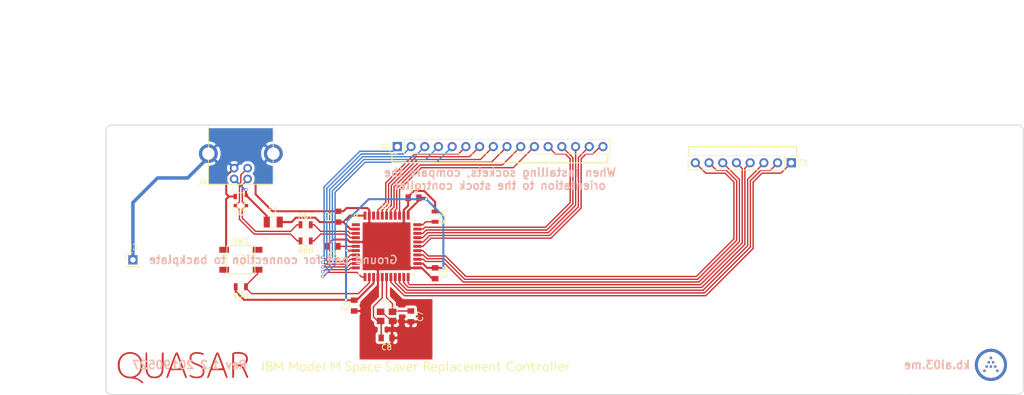
<source format=kicad_pcb>
(kicad_pcb (version 20171130) (host pcbnew "(5.1.2)-1")
  (layers (0 F.Cu signal) (31 B.Cu signal) (34 B.Paste user) (35 F.Paste user) (36 B.SilkS user) (37 F.SilkS user) (38 B.Mask user) (39 F.Mask user) (44 Edge.Cuts user))
  (net 0 "")
  (net 1 ROW0)
  (net 2 ROW1)
  (net 3 ROW2)
  (net 4 ROW3)
  (net 5 ROW4)
  (net 6 COL1)
  (net 7 +5V)
  (net 8 COL2)
  (net 9 COL3)
  (net 10 COL4)
  (net 11 COL5)
  (net 12 COL6)
  (net 13 COL7)
  (net 14 COL8)
  (net 15 COL9)
  (net 16 COL10)
  (net 17 COL11)
  (net 18 COL12)
  (net 19 COL13)
  (net 20 COL0)
  (net 21 GND)
  (net 22 VCC)
  (net 23 "Net-(C6-Pad1)")
  (net 24 "Net-(C7-Pad1)")
  (net 25 "Net-(C8-Pad1)")
  (net 26 D-)
  (net 27 D+)
  (net 28 "Net-(R70-Pad2)")
  (net 29 "Net-(R71-Pad2)")
  (net 30 "Net-(U1-Pad1)")
  (net 31 "Net-(U1-Pad42)")
  (net 32 COL15)
  (net 33 COL14)
  (net 34 ROW7)
  (net 35 ROW6)
  (net 36 ROW5)
  (net 37 "Net-(J4-Pad3)")
  (net 38 "Net-(J4-Pad2)")
  (module locallib:ai-ring-6mm-Combined (layer F.Cu) (at 254 94.5)
    (fp_text reference G*** hide)
    (fp_text value LOGO hide)
    (fp_poly (pts (xy 0.1905 -1.0795) (xy -0.214312 -1.0795) (xy -0.214312 -1.484312) (xy 0.1905 -1.484312) (xy 0.1905 -1.0795)) (layer F.Cu) (width 0.01))
    (fp_poly (pts (xy 0.595313 -0.293687) (xy 0.1905 -0.293687) (xy 0.1905 -0.674687) (xy 0.595313 -0.674687) (xy 0.595313 -0.293687)) (layer F.Cu) (width 0.01))
    (fp_poly (pts (xy -0.214312 -0.293687) (xy -0.595312 -0.293687) (xy -0.595312 -0.674687) (xy -0.214312 -0.674687) (xy -0.214312 -0.293687)) (layer F.Cu) (width 0.01))
    (fp_poly (pts (xy 0.976313 0.515938) (xy 0.595313 0.515938) (xy 0.595313 0.111125) (xy 0.976313 0.111125) (xy 0.976313 0.515938)) (layer F.Cu) (width 0.01))
    (fp_poly (pts (xy 0.1905 0.515938) (xy -0.214312 0.515938) (xy -0.214312 0.111125) (xy 0.1905 0.111125) (xy 0.1905 0.515938)) (layer F.Cu) (width 0.01))
    (fp_poly (pts (xy -0.595312 0.515938) (xy -1.000125 0.515938) (xy -1.000125 0.111125) (xy -0.595312 0.111125) (xy -0.595312 0.515938)) (layer F.Cu) (width 0.01))
    (fp_poly (pts (xy 1.381125 1.30175) (xy 0.976313 1.30175) (xy 0.976313 0.896938) (xy 1.381125 0.896938) (xy 1.381125 1.30175)) (layer F.Cu) (width 0.01))
    (fp_poly (pts (xy -1.000125 1.30175) (xy -1.404937 1.30175) (xy -1.404937 0.896938) (xy -1.000125 0.896938) (xy -1.000125 1.30175)) (layer F.Cu) (width 0.01))
    (fp_poly (pts (xy 0.003969 -2.971955) (xy 0.128087 -2.970585) (xy 0.239799 -2.966428) (xy 0.342392 -2.959081) (xy 0.439156 -2.94814) (xy 0.533378 -2.933202) (xy 0.628347 -2.913863) (xy 0.727351 -2.889719) (xy 0.77263 -2.877582) (xy 0.981177 -2.812344) (xy 1.183265 -2.733008) (xy 1.378128 -2.639972) (xy 1.564999 -2.533632) (xy 1.743114 -2.414384) (xy 1.89526 -2.296383) (xy 2.052928 -2.155658) (xy 2.200265 -2.004213) (xy 2.336586 -1.843115) (xy 2.461208 -1.673433) (xy 2.573447 -1.496234) (xy 2.67262 -1.312584) (xy 2.758042 -1.123553) (xy 2.82903 -0.930207) (xy 2.877784 -0.762197) (xy 2.910855 -0.622211) (xy 2.936215 -0.490275) (xy 2.954607 -0.361003) (xy 2.966775 -0.229007) (xy 2.973461 -0.0889) (xy 2.974114 -0.0635) (xy 2.971395 0.154797) (xy 2.9532 0.36958) (xy 2.919535 0.580821) (xy 2.870406 0.788489) (xy 2.805819 0.992555) (xy 2.741622 1.156487) (xy 2.713539 1.221752) (xy 2.689477 1.27591) (xy 2.667608 1.322613) (xy 2.646107 1.365513) (xy 2.623146 1.408263) (xy 2.5969 1.454515) (xy 2.567775 1.504156) (xy 2.448556 1.690427) (xy 2.318452 1.865153) (xy 2.177329 2.028465) (xy 2.025055 2.180496) (xy 1.861497 2.32138) (xy 1.686524 2.451248) (xy 1.504156 2.567775) (xy 1.451327 2.598744) (xy 1.405414 2.624721) (xy 1.362765 2.647531) (xy 1.319728 2.669001) (xy 1.272651 2.690957) (xy 1.217881 2.715225) (xy 1.156487 2.741622) (xy 1.060254 2.781169) (xy 0.971536 2.814208) (xy 0.884422 2.842695) (xy 0.792998 2.868589) (xy 0.710406 2.889322) (xy 0.54589 2.924876) (xy 0.388795 2.950553) (xy 0.234567 2.966893) (xy 0.078649 2.974436) (xy -0.011906 2.975013) (xy -0.063125 2.974498) (xy -0.111246 2.973793) (xy -0.153126 2.97296) (xy -0.185622 2.972063) (xy -0.20559 2.971165) (xy -0.206375 2.971109) (xy -0.422549 2.947157) (xy -0.635306 2.90817) (xy -0.843787 2.854467) (xy -1.047132 2.786363) (xy -1.244484 2.704176) (xy -1.434982 2.608225) (xy -1.617768 2.498826) (xy -1.768724 2.393796) (xy -1.941651 2.255449) (xy -2.102335 2.107088) (xy -2.250549 1.949039) (xy -2.386071 1.781632) (xy -2.508676 1.605194) (xy -2.618139 1.420052) (xy -2.714237 1.226535) (xy -2.796744 1.024971) (xy -2.865437 0.815688) (xy -2.877582 0.77263) (xy -2.903948 0.670835) (xy -2.925333 0.574511) (xy -2.942141 0.480367) (xy -2.954775 0.385117) (xy -2.96364 0.28547) (xy -2.969138 0.17814) (xy -2.971674 0.059836) (xy -2.971955 0.003969) (xy -2.97128 -0.051392) (xy -2.439206 -0.051392) (xy -2.439103 0.028746) (xy -2.437437 0.10841) (xy -2.434241 0.183537) (xy -2.429544 0.25006) (xy -2.425824 0.28575) (xy -2.39395 0.483048) (xy -2.347299 0.674663) (xy -2.286049 0.860222) (xy -2.210381 1.039349) (xy -2.120473 1.211669) (xy -2.016506 1.376809) (xy -1.898659 1.534393) (xy -1.767112 1.684047) (xy -1.744776 1.70726) (xy -1.610542 1.834334) (xy -1.46484 1.95227) (xy -1.310369 2.05909) (xy -1.149831 2.152816) (xy -1.104042 2.176504) (xy -1.029634 2.213153) (xy -0.964393 2.243372) (xy -0.903896 2.26894) (xy -0.843722 2.291634) (xy -0.779449 2.313233) (xy -0.714375 2.333227) (xy -0.525162 2.38264) (xy -0.339411 2.417091) (xy -0.155673 2.436714) (xy 0.027503 2.441642) (xy 0.211564 2.432011) (xy 0.278106 2.425031) (xy 0.465438 2.396087) (xy 0.645019 2.354278) (xy 0.819357 2.298854) (xy 0.990959 2.229064) (xy 1.087916 2.182866) (xy 1.258548 2.089447) (xy 1.417964 1.985712) (xy 1.566922 1.870974) (xy 1.706179 1.74455) (xy 1.836494 1.605754) (xy 1.958624 1.453903) (xy 2.066892 1.298259) (xy 2.092018 1.257068) (xy 2.121341 1.20494) (xy 2.153041 1.145496) (xy 2.185299 1.082356) (xy 2.216293 1.01914) (xy 2.244206 0.959467) (xy 2.267215 0.906957) (xy 2.280653 0.873125) (xy 2.34352 0.681584) (xy 2.390916 0.488845) (xy 2.4228 0.29545) (xy 2.43913 0.10194) (xy 2.439868 -0.091143) (xy 2.424972 -0.283258) (xy 2.394402 -0.473864) (xy 2.384599 -0.519906) (xy 2.35095 -0.656199) (xy 2.312642 -0.782382) (xy 2.267704 -0.903993) (xy 2.214163 -1.026568) (xy 2.176504 -1.104042) (xy 2.082799 -1.27289) (xy 1.975974 -1.433327) (xy 1.856798 -1.584632) (xy 1.726037 -1.726086) (xy 1.58446 -1.856969) (xy 1.432834 -1.97656) (xy 1.271927 -2.08414) (xy 1.102507 -2.178989) (xy 0.958325 -2.24652) (xy 0.786697 -2.312915) (xy 0.614143 -2.364913) (xy 0.438656 -2.402922) (xy 0.258226 -2.427349) (xy 0.070845 -2.438603) (xy 0.007938 -2.439493) (xy -0.190157 -2.433123) (xy -0.381785 -2.412478) (xy -0.567719 -2.377327) (xy -0.748735 -2.327433) (xy -0.925606 -2.262565) (xy -1.099106 -2.182487) (xy -1.270009 -2.086965) (xy -1.370706 -2.022756) (xy -1.510139 -1.921228) (xy -1.644337 -1.806722) (xy -1.771659 -1.681161) (xy -1.890465 -1.546469) (xy -1.999114 -1.404569) (xy -2.095965 -1.257385) (xy -2.179378 -1.106839) (xy -2.214174 -1.03392) (xy -2.275577 -0.889061) (xy -2.325808 -0.749822) (xy -2.366065 -0.611874) (xy -2.397544 -0.470886) (xy -2.421444 -0.322529) (xy -2.429845 -0.254) (xy -2.434608 -0.19683) (xy -2.437718 -0.127939) (xy -2.439206 -0.051392) (xy -2.97128 -0.051392) (xy -2.97021 -0.139027) (xy -2.964336 -0.269894) (xy -2.953762 -0.391975) (xy -2.937915 -0.508615) (xy -2.916223 -0.623156) (xy -2.888113 -0.738941) (xy -2.853014 -0.859313) (xy -2.810353 -0.987616) (xy -2.794659 -1.031875) (xy -2.716274 -1.226594) (xy -2.623434 -1.414928) (xy -2.516328 -1.596615) (xy -2.395148 -1.771392) (xy -2.260083 -1.938997) (xy -2.111326 -2.099167) (xy -1.949067 -2.25164) (xy -1.842229 -2.341821) (xy -1.7564 -2.407314) (xy -1.658861 -2.47464) (xy -1.553252 -2.541588) (xy -1.443214 -2.605945) (xy -1.332387 -2.6655) (xy -1.224411 -2.718042) (xy -1.218406 -2.720785) (xy -1.148446 -2.750658) (xy -1.067265 -2.782044) (xy -0.979233 -2.813464) (xy -0.888721 -2.843438) (xy -0.800099 -2.870489) (xy -0.717736 -2.893136) (xy -0.68585 -2.901029) (xy -0.592625 -2.921797) (xy -0.503651 -2.938457) (xy -0.415647 -2.951348) (xy -0.325331 -2.960805) (xy -0.229422 -2.967168) (xy -0.12464 -2.970772) (xy -0.007705 -2.971956) (xy 0.003969 -2.971955)) (layer F.Cu) (width 0.01))
  )
  (module locallib:ai-ring-6mm-Combined (layer B.Cu) (at 254 94.5 180)
    (fp_text reference G*** hide)
    (fp_text value LOGO hide)
    (fp_poly (pts (xy 0.1905 1.0795) (xy -0.214312 1.0795) (xy -0.214312 1.484312) (xy 0.1905 1.484312) (xy 0.1905 1.0795)) (layer B.Cu) (width 0.01))
    (fp_poly (pts (xy 0.595313 0.293687) (xy 0.1905 0.293687) (xy 0.1905 0.674687) (xy 0.595313 0.674687) (xy 0.595313 0.293687)) (layer B.Cu) (width 0.01))
    (fp_poly (pts (xy -0.214312 0.293687) (xy -0.595312 0.293687) (xy -0.595312 0.674687) (xy -0.214312 0.674687) (xy -0.214312 0.293687)) (layer B.Cu) (width 0.01))
    (fp_poly (pts (xy 0.976313 -0.515938) (xy 0.595313 -0.515938) (xy 0.595313 -0.111125) (xy 0.976313 -0.111125) (xy 0.976313 -0.515938)) (layer B.Cu) (width 0.01))
    (fp_poly (pts (xy 0.1905 -0.515938) (xy -0.214312 -0.515938) (xy -0.214312 -0.111125) (xy 0.1905 -0.111125) (xy 0.1905 -0.515938)) (layer B.Cu) (width 0.01))
    (fp_poly (pts (xy -0.595312 -0.515938) (xy -1.000125 -0.515938) (xy -1.000125 -0.111125) (xy -0.595312 -0.111125) (xy -0.595312 -0.515938)) (layer B.Cu) (width 0.01))
    (fp_poly (pts (xy 1.381125 -1.30175) (xy 0.976313 -1.30175) (xy 0.976313 -0.896938) (xy 1.381125 -0.896938) (xy 1.381125 -1.30175)) (layer B.Cu) (width 0.01))
    (fp_poly (pts (xy -1.000125 -1.30175) (xy -1.404937 -1.30175) (xy -1.404937 -0.896938) (xy -1.000125 -0.896938) (xy -1.000125 -1.30175)) (layer B.Cu) (width 0.01))
    (fp_poly (pts (xy 0.003969 2.971955) (xy 0.128087 2.970585) (xy 0.239799 2.966428) (xy 0.342392 2.959081) (xy 0.439156 2.94814) (xy 0.533378 2.933202) (xy 0.628347 2.913863) (xy 0.727351 2.889719) (xy 0.77263 2.877582) (xy 0.981177 2.812344) (xy 1.183265 2.733008) (xy 1.378128 2.639972) (xy 1.564999 2.533632) (xy 1.743114 2.414384) (xy 1.89526 2.296383) (xy 2.052928 2.155658) (xy 2.200265 2.004213) (xy 2.336586 1.843115) (xy 2.461208 1.673433) (xy 2.573447 1.496234) (xy 2.67262 1.312584) (xy 2.758042 1.123553) (xy 2.82903 0.930207) (xy 2.877784 0.762197) (xy 2.910855 0.622211) (xy 2.936215 0.490275) (xy 2.954607 0.361003) (xy 2.966775 0.229007) (xy 2.973461 0.0889) (xy 2.974114 0.0635) (xy 2.971395 -0.154797) (xy 2.9532 -0.36958) (xy 2.919535 -0.580821) (xy 2.870406 -0.788489) (xy 2.805819 -0.992555) (xy 2.741622 -1.156487) (xy 2.713539 -1.221752) (xy 2.689477 -1.27591) (xy 2.667608 -1.322613) (xy 2.646107 -1.365513) (xy 2.623146 -1.408263) (xy 2.5969 -1.454515) (xy 2.567775 -1.504156) (xy 2.448556 -1.690427) (xy 2.318452 -1.865153) (xy 2.177329 -2.028465) (xy 2.025055 -2.180496) (xy 1.861497 -2.32138) (xy 1.686524 -2.451248) (xy 1.504156 -2.567775) (xy 1.451327 -2.598744) (xy 1.405414 -2.624721) (xy 1.362765 -2.647531) (xy 1.319728 -2.669001) (xy 1.272651 -2.690957) (xy 1.217881 -2.715225) (xy 1.156487 -2.741622) (xy 1.060254 -2.781169) (xy 0.971536 -2.814208) (xy 0.884422 -2.842695) (xy 0.792998 -2.868589) (xy 0.710406 -2.889322) (xy 0.54589 -2.924876) (xy 0.388795 -2.950553) (xy 0.234567 -2.966893) (xy 0.078649 -2.974436) (xy -0.011906 -2.975013) (xy -0.063125 -2.974498) (xy -0.111246 -2.973793) (xy -0.153126 -2.97296) (xy -0.185622 -2.972063) (xy -0.20559 -2.971165) (xy -0.206375 -2.971109) (xy -0.422549 -2.947157) (xy -0.635306 -2.90817) (xy -0.843787 -2.854467) (xy -1.047132 -2.786363) (xy -1.244484 -2.704176) (xy -1.434982 -2.608225) (xy -1.617768 -2.498826) (xy -1.768724 -2.393796) (xy -1.941651 -2.255449) (xy -2.102335 -2.107088) (xy -2.250549 -1.949039) (xy -2.386071 -1.781632) (xy -2.508676 -1.605194) (xy -2.618139 -1.420052) (xy -2.714237 -1.226535) (xy -2.796744 -1.024971) (xy -2.865437 -0.815688) (xy -2.877582 -0.77263) (xy -2.903948 -0.670835) (xy -2.925333 -0.574511) (xy -2.942141 -0.480367) (xy -2.954775 -0.385117) (xy -2.96364 -0.28547) (xy -2.969138 -0.17814) (xy -2.971674 -0.059836) (xy -2.971955 -0.003969) (xy -2.97128 0.051392) (xy -2.439206 0.051392) (xy -2.439103 -0.028746) (xy -2.437437 -0.10841) (xy -2.434241 -0.183537) (xy -2.429544 -0.25006) (xy -2.425824 -0.28575) (xy -2.39395 -0.483048) (xy -2.347299 -0.674663) (xy -2.286049 -0.860222) (xy -2.210381 -1.039349) (xy -2.120473 -1.211669) (xy -2.016506 -1.376809) (xy -1.898659 -1.534393) (xy -1.767112 -1.684047) (xy -1.744776 -1.70726) (xy -1.610542 -1.834334) (xy -1.46484 -1.95227) (xy -1.310369 -2.05909) (xy -1.149831 -2.152816) (xy -1.104042 -2.176504) (xy -1.029634 -2.213153) (xy -0.964393 -2.243372) (xy -0.903896 -2.26894) (xy -0.843722 -2.291634) (xy -0.779449 -2.313233) (xy -0.714375 -2.333227) (xy -0.525162 -2.38264) (xy -0.339411 -2.417091) (xy -0.155673 -2.436714) (xy 0.027503 -2.441642) (xy 0.211564 -2.432011) (xy 0.278106 -2.425031) (xy 0.465438 -2.396087) (xy 0.645019 -2.354278) (xy 0.819357 -2.298854) (xy 0.990959 -2.229064) (xy 1.087916 -2.182866) (xy 1.258548 -2.089447) (xy 1.417964 -1.985712) (xy 1.566922 -1.870974) (xy 1.706179 -1.74455) (xy 1.836494 -1.605754) (xy 1.958624 -1.453903) (xy 2.066892 -1.298259) (xy 2.092018 -1.257068) (xy 2.121341 -1.20494) (xy 2.153041 -1.145496) (xy 2.185299 -1.082356) (xy 2.216293 -1.01914) (xy 2.244206 -0.959467) (xy 2.267215 -0.906957) (xy 2.280653 -0.873125) (xy 2.34352 -0.681584) (xy 2.390916 -0.488845) (xy 2.4228 -0.29545) (xy 2.43913 -0.10194) (xy 2.439868 0.091143) (xy 2.424972 0.283258) (xy 2.394402 0.473864) (xy 2.384599 0.519906) (xy 2.35095 0.656199) (xy 2.312642 0.782382) (xy 2.267704 0.903993) (xy 2.214163 1.026568) (xy 2.176504 1.104042) (xy 2.082799 1.27289) (xy 1.975974 1.433327) (xy 1.856798 1.584632) (xy 1.726037 1.726086) (xy 1.58446 1.856969) (xy 1.432834 1.97656) (xy 1.271927 2.08414) (xy 1.102507 2.178989) (xy 0.958325 2.24652) (xy 0.786697 2.312915) (xy 0.614143 2.364913) (xy 0.438656 2.402922) (xy 0.258226 2.427349) (xy 0.070845 2.438603) (xy 0.007938 2.439493) (xy -0.190157 2.433123) (xy -0.381785 2.412478) (xy -0.567719 2.377327) (xy -0.748735 2.327433) (xy -0.925606 2.262565) (xy -1.099106 2.182487) (xy -1.270009 2.086965) (xy -1.370706 2.022756) (xy -1.510139 1.921228) (xy -1.644337 1.806722) (xy -1.771659 1.681161) (xy -1.890465 1.546469) (xy -1.999114 1.404569) (xy -2.095965 1.257385) (xy -2.179378 1.106839) (xy -2.214174 1.03392) (xy -2.275577 0.889061) (xy -2.325808 0.749822) (xy -2.366065 0.611874) (xy -2.397544 0.470886) (xy -2.421444 0.322529) (xy -2.429845 0.254) (xy -2.434608 0.19683) (xy -2.437718 0.127939) (xy -2.439206 0.051392) (xy -2.97128 0.051392) (xy -2.97021 0.139027) (xy -2.964336 0.269894) (xy -2.953762 0.391975) (xy -2.937915 0.508615) (xy -2.916223 0.623156) (xy -2.888113 0.738941) (xy -2.853014 0.859313) (xy -2.810353 0.987616) (xy -2.794659 1.031875) (xy -2.716274 1.226594) (xy -2.623434 1.414928) (xy -2.516328 1.596615) (xy -2.395148 1.771392) (xy -2.260083 1.938997) (xy -2.111326 2.099167) (xy -1.949067 2.25164) (xy -1.842229 2.341821) (xy -1.7564 2.407314) (xy -1.658861 2.47464) (xy -1.553252 2.541588) (xy -1.443214 2.605945) (xy -1.332387 2.6655) (xy -1.224411 2.718042) (xy -1.218406 2.720785) (xy -1.148446 2.750658) (xy -1.067265 2.782044) (xy -0.979233 2.813464) (xy -0.888721 2.843438) (xy -0.800099 2.870489) (xy -0.717736 2.893136) (xy -0.68585 2.901029) (xy -0.592625 2.921797) (xy -0.503651 2.938457) (xy -0.415647 2.951348) (xy -0.325331 2.960805) (xy -0.229422 2.967168) (xy -0.12464 2.970772) (xy -0.007705 2.971956) (xy 0.003969 2.971955)) (layer B.Cu) (width 0.01))
  )
  (module locallib:TE-292304-2 (layer F.Cu) (at 115 60 180)
    (fp_text reference J4 (at 7.05 -0.579) (layer F.SilkS))
    (fp_text value USB_B)
    (pad 5 thru_hole circle (at 6.02 4.71 180) (size 3.5 3.5) (drill 2.3) (layers *.Cu *.Mask) (net 21 GND))
    (pad 5 thru_hole circle (at -6.02 4.71 180) (size 3.5 3.5) (drill 2.3) (layers *.Cu *.Mask) (net 21 GND))
    (pad 4 thru_hole circle (at 1.25 2 180) (size 1.6 1.6) (drill 0.92) (layers *.Cu B.Mask) (net 21 GND))
    (pad 3 thru_hole circle (at -1.25 2 180) (size 1.6 1.6) (drill 0.92) (layers *.Cu B.Mask) (net 37 "Net-(J4-Pad3)"))
    (pad 1 thru_hole circle (at 1.25 0 180) (size 1.6 1.6) (drill 0.92) (layers *.Cu B.Mask) (net 22 VCC))
    (pad 2 thru_hole circle (at -1.25 0 180) (size 1.6 1.6) (drill 0.92) (layers *.Cu B.Mask) (net 38 "Net-(J4-Pad2)"))
  )
  (module Fuse_Holders_and_Fuses:Fuse_SMD1206_Reflow (layer F.Cu) (at 121 68 180)
    (fp_text reference F1 (at 0 2.25) (layer F.SilkS))
    (fp_text value 500mA)
    (pad 2 smd rect (at 1.2 0 270) (size 2.03 1.14) (layers F.Cu F.Paste F.Mask) (net 22 VCC))
    (pad 1 smd rect (at -1.2 0 270) (size 2.03 1.14) (layers F.Cu F.Paste F.Mask) (net 7 +5V))
  )
  (module Pin_Headers:Pin_Header_Straight_1x16_Pitch2.54mm (layer F.Cu) (at 144 54 90)
    (fp_text reference J1 (at 0 -2.33 90) (layer F.SilkS))
    (fp_text value Conn_01x16)
    (pad 16 thru_hole oval (at 0 38.1 90) (size 1.7 1.7) (drill 1) (layers *.Cu *.Mask) (net 32 COL15))
    (pad 15 thru_hole oval (at 0 35.56 90) (size 1.7 1.7) (drill 1) (layers *.Cu *.Mask) (net 33 COL14))
    (pad 14 thru_hole oval (at 0 33.02 90) (size 1.7 1.7) (drill 1) (layers *.Cu *.Mask) (net 19 COL13))
    (pad 13 thru_hole oval (at 0 30.48 90) (size 1.7 1.7) (drill 1) (layers *.Cu *.Mask) (net 18 COL12))
    (pad 12 thru_hole oval (at 0 27.94 90) (size 1.7 1.7) (drill 1) (layers *.Cu *.Mask) (net 17 COL11))
    (pad 11 thru_hole oval (at 0 25.4 90) (size 1.7 1.7) (drill 1) (layers *.Cu *.Mask) (net 16 COL10))
    (pad 10 thru_hole oval (at 0 22.86 90) (size 1.7 1.7) (drill 1) (layers *.Cu *.Mask) (net 15 COL9))
    (pad 9 thru_hole oval (at 0 20.32 90) (size 1.7 1.7) (drill 1) (layers *.Cu *.Mask) (net 14 COL8))
    (pad 8 thru_hole oval (at 0 17.78 90) (size 1.7 1.7) (drill 1) (layers *.Cu *.Mask) (net 13 COL7))
    (pad 7 thru_hole oval (at 0 15.24 90) (size 1.7 1.7) (drill 1) (layers *.Cu *.Mask) (net 12 COL6))
    (pad 6 thru_hole oval (at 0 12.7 90) (size 1.7 1.7) (drill 1) (layers *.Cu *.Mask) (net 11 COL5))
    (pad 5 thru_hole oval (at 0 10.16 90) (size 1.7 1.7) (drill 1) (layers *.Cu *.Mask) (net 10 COL4))
    (pad 4 thru_hole oval (at 0 7.62 90) (size 1.7 1.7) (drill 1) (layers *.Cu *.Mask) (net 9 COL3))
    (pad 3 thru_hole oval (at 0 5.08 90) (size 1.7 1.7) (drill 1) (layers *.Cu *.Mask) (net 8 COL2))
    (pad 2 thru_hole oval (at 0 2.54 90) (size 1.7 1.7) (drill 1) (layers *.Cu *.Mask) (net 6 COL1))
    (pad 1 thru_hole rect (at 0 0 90) (size 1.7 1.7) (drill 1) (layers *.Cu *.Mask) (net 20 COL0))
  )
  (module Pin_Headers:Pin_Header_Straight_1x08_Pitch2.54mm (layer F.Cu) (at 217 57 270)
    (fp_text reference J2 (at 0 -2.33 270) (layer F.SilkS))
    (fp_text value Conn_01x08)
    (pad 8 thru_hole oval (at 0 17.78 270) (size 1.7 1.7) (drill 1) (layers *.Cu *.Mask) (net 34 ROW7))
    (pad 7 thru_hole oval (at 0 15.24 270) (size 1.7 1.7) (drill 1) (layers *.Cu *.Mask) (net 35 ROW6))
    (pad 6 thru_hole oval (at 0 12.7 270) (size 1.7 1.7) (drill 1) (layers *.Cu *.Mask) (net 36 ROW5))
    (pad 5 thru_hole oval (at 0 10.16 270) (size 1.7 1.7) (drill 1) (layers *.Cu *.Mask) (net 5 ROW4))
    (pad 4 thru_hole oval (at 0 7.62 270) (size 1.7 1.7) (drill 1) (layers *.Cu *.Mask) (net 4 ROW3))
    (pad 3 thru_hole oval (at 0 5.08 270) (size 1.7 1.7) (drill 1) (layers *.Cu *.Mask) (net 3 ROW2))
    (pad 2 thru_hole oval (at 0 2.54 270) (size 1.7 1.7) (drill 1) (layers *.Cu *.Mask) (net 2 ROW1))
    (pad 1 thru_hole rect (at 0 0 270) (size 1.7 1.7) (drill 1) (layers *.Cu *.Mask) (net 1 ROW0))
  )
  (module Resistors_SMD:R_0805 (layer F.Cu) (at 127 68.5 180)
    (fp_text reference R67 (at 0 1.698) (layer F.SilkS))
    (fp_text value 22)
    (pad 1 smd rect (at -0.95 0 180) (size 0.7 1.3) (layers F.Cu F.Paste F.Mask) (net 26 D-))
    (pad 2 smd rect (at 0.95 0 180) (size 0.7 1.3) (layers F.Cu F.Paste F.Mask) (net 38 "Net-(J4-Pad2)"))
  )
  (module Resistors_SMD:R_0805 (layer F.Cu) (at 127 71.5 180)
    (fp_text reference R68 (at 0 -1.779) (layer F.SilkS))
    (fp_text value 22)
    (pad 2 smd rect (at 0.95 0 180) (size 0.7 1.3) (layers F.Cu F.Paste F.Mask) (net 37 "Net-(J4-Pad3)"))
    (pad 1 smd rect (at -0.95 0 180) (size 0.7 1.3) (layers F.Cu F.Paste F.Mask) (net 27 D+))
  )
  (module Resistors_SMD:R_0805 (layer F.Cu) (at 115 80)
    (fp_text reference R70 (at 0 1.75) (layer F.SilkS))
    (fp_text value 10k)
    (pad 2 smd rect (at 0.95 0) (size 0.7 1.3) (layers F.Cu F.Paste F.Mask) (net 28 "Net-(R70-Pad2)"))
    (pad 1 smd rect (at -0.95 0) (size 0.7 1.3) (layers F.Cu F.Paste F.Mask) (net 7 +5V))
  )
  (module Resistors_SMD:R_0805 (layer F.Cu) (at 151 67 270)
    (fp_text reference R71 (at 0 -1.65 270) (layer F.SilkS))
    (fp_text value 1k)
    (pad 1 smd rect (at -0.95 0 270) (size 0.7 1.3) (layers F.Cu F.Paste F.Mask) (net 21 GND))
    (pad 2 smd rect (at 0.95 0 270) (size 0.7 1.3) (layers F.Cu F.Paste F.Mask) (net 29 "Net-(R71-Pad2)"))
  )
  (module random-keyboard-parts:SKQG-1155865 (layer F.Cu) (at 115 75 180)
    (fp_text reference SW1 (at 0 3.5 180) (layer F.SilkS))
    (fp_text value SW_Push)
    (pad 1 smd rect (at 3.1 1.85 180) (size 1.8 1.1) (layers F.Cu F.Paste F.Mask) (net 21 GND))
    (pad 2 smd rect (at -3.1 -1.85 180) (size 1.8 1.1) (layers F.Cu F.Paste F.Mask) (net 28 "Net-(R70-Pad2)"))
    (pad 3 smd rect (at 3.1 -1.85 180) (size 1.8 1.1) (layers F.Cu F.Paste F.Mask))
    (pad 4 smd rect (at -3.1 1.85 180) (size 1.8 1.1) (layers F.Cu F.Paste F.Mask))
  )
  (module locallib:SOT143B (layer F.Cu) (at 115 64 270)
    (fp_text reference U2 (at 2.25 0) (layer F.SilkS))
    (fp_text value PRTR5V0U2X)
    (pad 3 smd rect (at 0.95 -1 270) (size 0.6 0.7) (layers F.Cu F.Paste F.Mask) (net 38 "Net-(J4-Pad2)"))
    (pad 2 smd rect (at 0.95 1 270) (size 0.6 0.7) (layers F.Cu F.Paste F.Mask) (net 37 "Net-(J4-Pad3)"))
    (pad 4 smd rect (at -0.95 -1 270) (size 0.6 0.7) (layers F.Cu F.Paste F.Mask) (net 22 VCC))
    (pad 1 smd rect (at -0.75 1 270) (size 1 0.7) (layers F.Cu F.Paste F.Mask) (net 21 GND))
  )
  (module Crystals:Crystal_SMD_3225-4pin_3.2x2.5mm (layer F.Cu) (at 142 85.5 180)
    (fp_text reference Y1 (at 0 2.5 180) (layer F.SilkS))
    (fp_text value 16Mhz)
    (pad 4 smd rect (at -1.1 -0.85 180) (size 1.4 1.2) (layers F.Cu F.Paste F.Mask) (net 21 GND))
    (pad 3 smd rect (at 1.1 -0.85 180) (size 1.4 1.2) (layers F.Cu F.Paste F.Mask) (net 25 "Net-(C8-Pad1)"))
    (pad 2 smd rect (at 1.1 0.85 180) (size 1.4 1.2) (layers F.Cu F.Paste F.Mask) (net 21 GND))
    (pad 1 smd rect (at -1.1 0.85 180) (size 1.4 1.2) (layers F.Cu F.Paste F.Mask) (net 24 "Net-(C7-Pad1)"))
  )
  (module Housings_QFP:TQFP-44_10x10mm_Pitch0.8mm (layer F.Cu) (at 142 72.5)
    (fp_text reference U1 (at 0 -7.45) (layer F.SilkS))
    (fp_text value ATmega32U4-AU)
    (pad 44 smd rect (at -4 -5.7 90) (size 1.5 0.55) (layers F.Cu F.Paste F.Mask) (net 7 +5V))
    (pad 43 smd rect (at -3.2 -5.7 90) (size 1.5 0.55) (layers F.Cu F.Paste F.Mask) (net 21 GND))
    (pad 42 smd rect (at -2.4 -5.7 90) (size 1.5 0.55) (layers F.Cu F.Paste F.Mask) (net 31 "Net-(U1-Pad42)"))
    (pad 41 smd rect (at -1.6 -5.7 90) (size 1.5 0.55) (layers F.Cu F.Paste F.Mask) (net 11 COL5))
    (pad 40 smd rect (at -0.8 -5.7 90) (size 1.5 0.55) (layers F.Cu F.Paste F.Mask) (net 12 COL6))
    (pad 39 smd rect (at 0 -5.7 90) (size 1.5 0.55) (layers F.Cu F.Paste F.Mask) (net 13 COL7))
    (pad 38 smd rect (at 0.8 -5.7 90) (size 1.5 0.55) (layers F.Cu F.Paste F.Mask) (net 14 COL8))
    (pad 37 smd rect (at 1.6 -5.7 90) (size 1.5 0.55) (layers F.Cu F.Paste F.Mask) (net 15 COL9))
    (pad 36 smd rect (at 2.4 -5.7 90) (size 1.5 0.55) (layers F.Cu F.Paste F.Mask) (net 16 COL10))
    (pad 35 smd rect (at 3.2 -5.7 90) (size 1.5 0.55) (layers F.Cu F.Paste F.Mask) (net 21 GND))
    (pad 34 smd rect (at 4 -5.7 90) (size 1.5 0.55) (layers F.Cu F.Paste F.Mask) (net 7 +5V))
    (pad 33 smd rect (at 5.7 -4) (size 1.5 0.55) (layers F.Cu F.Paste F.Mask) (net 29 "Net-(R71-Pad2)"))
    (pad 32 smd rect (at 5.7 -3.2) (size 1.5 0.55) (layers F.Cu F.Paste F.Mask) (net 17 COL11))
    (pad 31 smd rect (at 5.7 -2.4) (size 1.5 0.55) (layers F.Cu F.Paste F.Mask) (net 18 COL12))
    (pad 30 smd rect (at 5.7 -1.6) (size 1.5 0.55) (layers F.Cu F.Paste F.Mask) (net 19 COL13))
    (pad 29 smd rect (at 5.7 -0.8) (size 1.5 0.55) (layers F.Cu F.Paste F.Mask) (net 33 COL14))
    (pad 28 smd rect (at 5.7 0) (size 1.5 0.55) (layers F.Cu F.Paste F.Mask) (net 32 COL15))
    (pad 27 smd rect (at 5.7 0.8) (size 1.5 0.55) (layers F.Cu F.Paste F.Mask) (net 34 ROW7))
    (pad 26 smd rect (at 5.7 1.6) (size 1.5 0.55) (layers F.Cu F.Paste F.Mask) (net 35 ROW6))
    (pad 25 smd rect (at 5.7 2.4) (size 1.5 0.55) (layers F.Cu F.Paste F.Mask) (net 36 ROW5))
    (pad 24 smd rect (at 5.7 3.2) (size 1.5 0.55) (layers F.Cu F.Paste F.Mask) (net 7 +5V))
    (pad 23 smd rect (at 5.7 4) (size 1.5 0.55) (layers F.Cu F.Paste F.Mask) (net 21 GND))
    (pad 22 smd rect (at 4 5.7 90) (size 1.5 0.55) (layers F.Cu F.Paste F.Mask) (net 5 ROW4))
    (pad 21 smd rect (at 3.2 5.7 90) (size 1.5 0.55) (layers F.Cu F.Paste F.Mask) (net 4 ROW3))
    (pad 20 smd rect (at 2.4 5.7 90) (size 1.5 0.55) (layers F.Cu F.Paste F.Mask) (net 3 ROW2))
    (pad 19 smd rect (at 1.6 5.7 90) (size 1.5 0.55) (layers F.Cu F.Paste F.Mask) (net 2 ROW1))
    (pad 18 smd rect (at 0.8 5.7 90) (size 1.5 0.55) (layers F.Cu F.Paste F.Mask) (net 1 ROW0))
    (pad 17 smd rect (at 0 5.7 90) (size 1.5 0.55) (layers F.Cu F.Paste F.Mask) (net 24 "Net-(C7-Pad1)"))
    (pad 16 smd rect (at -0.8 5.7 90) (size 1.5 0.55) (layers F.Cu F.Paste F.Mask) (net 25 "Net-(C8-Pad1)"))
    (pad 15 smd rect (at -1.6 5.7 90) (size 1.5 0.55) (layers F.Cu F.Paste F.Mask) (net 21 GND))
    (pad 14 smd rect (at -2.4 5.7 90) (size 1.5 0.55) (layers F.Cu F.Paste F.Mask) (net 7 +5V))
    (pad 13 smd rect (at -3.2 5.7 90) (size 1.5 0.55) (layers F.Cu F.Paste F.Mask) (net 28 "Net-(R70-Pad2)"))
    (pad 12 smd rect (at -4 5.7 90) (size 1.5 0.55) (layers F.Cu F.Paste F.Mask) (net 10 COL4))
    (pad 11 smd rect (at -5.7 4) (size 1.5 0.55) (layers F.Cu F.Paste F.Mask) (net 9 COL3))
    (pad 10 smd rect (at -5.7 3.2) (size 1.5 0.55) (layers F.Cu F.Paste F.Mask) (net 8 COL2))
    (pad 9 smd rect (at -5.7 2.4) (size 1.5 0.55) (layers F.Cu F.Paste F.Mask) (net 6 COL1))
    (pad 8 smd rect (at -5.7 1.6) (size 1.5 0.55) (layers F.Cu F.Paste F.Mask) (net 20 COL0))
    (pad 7 smd rect (at -5.7 0.8) (size 1.5 0.55) (layers F.Cu F.Paste F.Mask) (net 7 +5V))
    (pad 6 smd rect (at -5.7 0) (size 1.5 0.55) (layers F.Cu F.Paste F.Mask) (net 23 "Net-(C6-Pad1)"))
    (pad 5 smd rect (at -5.7 -0.8) (size 1.5 0.55) (layers F.Cu F.Paste F.Mask) (net 21 GND))
    (pad 4 smd rect (at -5.7 -1.6) (size 1.5 0.55) (layers F.Cu F.Paste F.Mask) (net 27 D+))
    (pad 3 smd rect (at -5.7 -2.4) (size 1.5 0.55) (layers F.Cu F.Paste F.Mask) (net 26 D-))
    (pad 2 smd rect (at -5.7 -3.2) (size 1.5 0.55) (layers F.Cu F.Paste F.Mask) (net 7 +5V))
    (pad 1 smd rect (at -5.7 -4) (size 1.5 0.55) (layers F.Cu F.Paste F.Mask) (net 30 "Net-(U1-Pad1)"))
  )
  (module Mounting_Holes:MountingHole_3.5mm (layer F.Cu) (at 127 55)
    (fp_text reference REF**)
    (fp_text value MountingHole_3.5mm)
    (pad 1 np_thru_hole circle (at 0 0) (size 3.5 3.5) (drill 3.5) (layers *.Cu *.Mask))
  )
  (module Mounting_Holes:MountingHole_3.5mm (layer F.Cu) (at 103 55)
    (fp_text reference REF**)
    (fp_text value MountingHole_3.5mm)
    (pad 1 np_thru_hole circle (at 0 0) (size 3.5 3.5) (drill 3.5) (layers *.Cu *.Mask))
  )
  (module Capacitors_SMD:C_0805 (layer F.Cu) (at 133 67 270)
    (fp_text reference C2 (at 0 1.75 270) (layer F.SilkS))
    (fp_text value 10uF)
    (pad 2 smd rect (at 1 0 270) (size 1 1.25) (layers F.Cu F.Paste F.Mask) (net 7 +5V))
    (pad 1 smd rect (at -1 0 270) (size 1 1.25) (layers F.Cu F.Paste F.Mask) (net 21 GND))
  )
  (module Capacitors_SMD:C_0805 (layer F.Cu) (at 147 63.5)
    (fp_text reference C3 (at 0 -1.651) (layer F.SilkS))
    (fp_text value 0.1uF)
    (pad 1 smd rect (at -1 0) (size 1 1.25) (layers F.Cu F.Paste F.Mask) (net 21 GND))
    (pad 2 smd rect (at 1 0) (size 1 1.25) (layers F.Cu F.Paste F.Mask) (net 7 +5V))
  )
  (module Capacitors_SMD:C_0805 (layer F.Cu) (at 136 83.5 90)
    (fp_text reference C4 (at 0 -1.75 90) (layer F.SilkS))
    (fp_text value 0.1uF)
    (pad 2 smd rect (at 1 0 90) (size 1 1.25) (layers F.Cu F.Paste F.Mask) (net 7 +5V))
    (pad 1 smd rect (at -1 0 90) (size 1 1.25) (layers F.Cu F.Paste F.Mask) (net 21 GND))
  )
  (module Capacitors_SMD:C_0805 (layer F.Cu) (at 151 77.5 90)
    (fp_text reference C5 (at 0 1.75 90) (layer F.SilkS))
    (fp_text value 0.1uF)
    (pad 1 smd rect (at -1 0 90) (size 1 1.25) (layers F.Cu F.Paste F.Mask) (net 21 GND))
    (pad 2 smd rect (at 1 0 90) (size 1 1.25) (layers F.Cu F.Paste F.Mask) (net 7 +5V))
  )
  (module Capacitors_SMD:C_0805 (layer F.Cu) (at 132 72.5 180)
    (fp_text reference C6 (at 0 -1.668 180) (layer F.SilkS))
    (fp_text value 1uF)
    (pad 2 smd rect (at 1 0 180) (size 1 1.25) (layers F.Cu F.Paste F.Mask) (net 21 GND))
    (pad 1 smd rect (at -1 0 180) (size 1 1.25) (layers F.Cu F.Paste F.Mask) (net 23 "Net-(C6-Pad1)"))
  )
  (module Capacitors_SMD:C_0805 (layer F.Cu) (at 146.5 85.5 270)
    (fp_text reference C7 (at 0 -1.75 270) (layer F.SilkS))
    (fp_text value 22pF)
    (pad 1 smd rect (at -1 0 270) (size 1 1.25) (layers F.Cu F.Paste F.Mask) (net 24 "Net-(C7-Pad1)"))
    (pad 2 smd rect (at 1 0 270) (size 1 1.25) (layers F.Cu F.Paste F.Mask) (net 21 GND))
  )
  (module Capacitors_SMD:C_0805 (layer F.Cu) (at 142 89.5)
    (fp_text reference C8 (at 0 1.75) (layer F.SilkS))
    (fp_text value 22pF)
    (pad 2 smd rect (at 1 0) (size 1 1.25) (layers F.Cu F.Paste F.Mask) (net 21 GND))
    (pad 1 smd rect (at -1 0) (size 1 1.25) (layers F.Cu F.Paste F.Mask) (net 25 "Net-(C8-Pad1)"))
  )
  (module Pin_Headers:Pin_Header_Straight_1x01_Pitch2.54mm (layer F.Cu) (at 95 75)
    (fp_text reference J3 (at 0 -2.33) (layer F.SilkS))
    (fp_text value Conn_01x01)
    (pad 1 thru_hole rect (at 0 0) (size 1.7 1.7) (drill 1) (layers *.Cu *.Mask) (net 21 GND))
  )
  (module locallib:Quasar-Logo (layer F.Cu) (at 104.25 95)
    (fp_text reference G*** hide)
    (fp_text value LOGO hide)
    (fp_poly (pts (xy 10.575576 -2.87555) (xy 11.030219 -2.805027) (xy 11.401774 -2.676125) (xy 11.690418 -2.488686) (xy 11.896324 -2.242555) (xy 12.019669 -1.937575) (xy 12.060626 -1.57359) (xy 12.060462 -1.5494) (xy 12.00969 -1.209207) (xy 11.872813 -0.912237) (xy 11.658919 -0.670949) (xy 11.377094 -0.4978) (xy 11.262047 -0.454953) (xy 11.130139 -0.412396) (xy 11.047532 -0.384213) (xy 11.035639 -0.37937) (xy 11.059222 -0.341542) (xy 11.134184 -0.253986) (xy 11.193412 -0.189759) (xy 11.268073 -0.085517) (xy 11.370359 0.091612) (xy 11.49125 0.322223) (xy 11.621724 0.58691) (xy 11.75276 0.86627) (xy 11.875338 1.140897) (xy 11.980436 1.391386) (xy 12.059033 1.598332) (xy 12.102109 1.742331) (xy 12.107255 1.776009) (xy 12.077355 1.883182) (xy 11.991052 1.927267) (xy 11.880926 1.894208) (xy 11.863612 1.881104) (xy 11.821715 1.817101) (xy 11.74896 1.675688) (xy 11.653216 1.47339) (xy 11.542347 1.226726) (xy 11.446953 1.005973) (xy 11.271603 0.610061) (xy 11.118317 0.299406) (xy 10.989473 0.078607) (xy 10.917838 -0.016959) (xy 10.735877 -0.222445) (xy 10.117738 -0.244484) (xy 9.4996 -0.266523) (xy 9.4996 0.733678) (xy 9.496912 1.082968) (xy 9.489273 1.381311) (xy 9.477323 1.615381) (xy 9.461698 1.77185) (xy 9.447012 1.832139) (xy 9.362292 1.910092) (xy 9.251535 1.930069) (xy 9.177866 1.896533) (xy 9.170792 1.840206) (xy 9.164218 1.692757) (xy 9.158302 1.46466) (xy 9.153201 1.166393) (xy 9.149071 0.808431) (xy 9.14607 0.40125) (xy 9.144353 -0.044673) (xy 9.144 -0.366376) (xy 9.144 -2.526191) (xy 9.4996 -2.526191) (xy 9.4996 -0.547032) (xy 10.1727 -0.572582) (xy 10.443 -0.586767) (xy 10.693638 -0.606996) (xy 10.898134 -0.63067) (xy 11.030008 -0.655191) (xy 11.037688 -0.657437) (xy 11.250188 -0.759623) (xy 11.45331 -0.918696) (xy 11.611656 -1.103868) (xy 11.666166 -1.204075) (xy 11.730231 -1.475375) (xy 11.712483 -1.756833) (xy 11.62041 -2.021397) (xy 11.461501 -2.242015) (xy 11.354286 -2.330832) (xy 11.102094 -2.45402) (xy 10.777482 -2.539498) (xy 10.403612 -2.584009) (xy 10.003642 -2.584296) (xy 9.73529 -2.558496) (xy 9.4996 -2.526191) (xy 9.144 -2.526191) (xy 9.144 -2.595419) (xy 9.263669 -2.715088) (xy 9.400102 -2.794172) (xy 9.619823 -2.851416) (xy 9.906477 -2.884818) (xy 10.243706 -2.892379) (xy 10.575576 -2.87555)) (layer F.Cu) (width 0.01))
    (fp_poly (pts (xy 6.456539 -2.827806) (xy 6.510511 -2.797232) (xy 6.568265 -2.732571) (xy 6.633577 -2.626586) (xy 6.710222 -2.472038) (xy 6.801972 -2.261689) (xy 6.912604 -1.988301) (xy 7.045891 -1.644635) (xy 7.205607 -1.223454) (xy 7.395527 -0.717518) (xy 7.488793 -0.468436) (xy 7.659173 -0.0103) (xy 7.816826 0.419511) (xy 7.958434 0.811527) (xy 8.080679 1.156277) (xy 8.180243 1.444292) (xy 8.253809 1.666101) (xy 8.298057 1.812235) (xy 8.309671 1.873223) (xy 8.309422 1.873738) (xy 8.226518 1.925684) (xy 8.113345 1.912785) (xy 8.020211 1.846743) (xy 7.977733 1.76914) (xy 7.910841 1.616269) (xy 7.828115 1.408953) (xy 7.738138 1.168016) (xy 7.721891 1.122843) (xy 7.493 0.4826) (xy 5.310801 0.4826) (xy 5.068387 1.13781) (xy 4.975421 1.383094) (xy 4.890173 1.597093) (xy 4.820828 1.760015) (xy 4.775574 1.852068) (xy 4.768966 1.86171) (xy 4.673661 1.91999) (xy 4.563225 1.922681) (xy 4.493727 1.876246) (xy 4.50426 1.819172) (xy 4.547416 1.676551) (xy 4.619877 1.457865) (xy 4.718324 1.172595) (xy 4.839439 0.830225) (xy 4.979904 0.440237) (xy 5.108332 0.0889) (xy 5.449021 0.0889) (xy 5.462029 0.112108) (xy 5.528302 0.129288) (xy 5.658342 0.141161) (xy 5.86265 0.148454) (xy 6.151727 0.151889) (xy 6.369964 0.1524) (xy 6.720048 0.150754) (xy 6.978921 0.145356) (xy 7.156926 0.13551) (xy 7.264406 0.120522) (xy 7.311703 0.099699) (xy 7.316113 0.0889) (xy 7.299882 0.022743) (xy 7.254241 -0.120425) (xy 7.184739 -0.325354) (xy 7.096925 -0.576795) (xy 6.996351 -0.859498) (xy 6.888566 -1.158214) (xy 6.779119 -1.457692) (xy 6.67356 -1.742684) (xy 6.577439 -1.99794) (xy 6.496307 -2.20821) (xy 6.435712 -2.358245) (xy 6.401205 -2.432794) (xy 6.396406 -2.438236) (xy 6.371794 -2.392546) (xy 6.317888 -2.263795) (xy 6.23957 -2.064603) (xy 6.141719 -1.807589) (xy 6.029219 -1.505374) (xy 5.919962 -1.2065) (xy 5.798105 -0.870538) (xy 5.687024 -0.564539) (xy 5.591619 -0.301972) (xy 5.516785 -0.096309) (xy 5.467419 0.03898) (xy 5.449021 0.0889) (xy 5.108332 0.0889) (xy 5.136401 0.012113) (xy 5.305612 -0.444663) (xy 5.309514 -0.455127) (xy 5.510084 -0.991505) (xy 5.679195 -1.440059) (xy 5.820043 -1.808474) (xy 5.935822 -2.104431) (xy 6.029728 -2.335615) (xy 6.104958 -2.509709) (xy 6.164708 -2.634396) (xy 6.212172 -2.717359) (xy 6.250547 -2.766283) (xy 6.279583 -2.787393) (xy 6.34485 -2.815648) (xy 6.402577 -2.831532) (xy 6.456539 -2.827806)) (layer F.Cu) (width 0.01))
    (fp_poly (pts (xy -1.125198 -2.83432) (xy -1.064429 -2.818648) (xy -1.064203 -2.818576) (xy -1.033715 -2.808054) (xy -1.005419 -2.792068) (xy -0.976052 -2.762882) (xy -0.942355 -2.712759) (xy -0.901066 -2.633961) (xy -0.848923 -2.518752) (xy -0.782665 -2.359395) (xy -0.69903 -2.148153) (xy -0.594758 -1.877289) (xy -0.466586 -1.539066) (xy -0.311254 -1.125747) (xy -0.1255 -0.629596) (xy 0.000223 -0.293444) (xy 0.162118 0.142966) (xy 0.311171 0.551567) (xy 0.443875 0.922242) (xy 0.556722 1.244873) (xy 0.646206 1.509343) (xy 0.70882 1.705534) (xy 0.741057 1.823327) (xy 0.744144 1.852856) (xy 0.675185 1.92011) (xy 0.571576 1.919459) (xy 0.470006 1.855338) (xy 0.440094 1.8161) (xy 0.396785 1.725794) (xy 0.329341 1.561897) (xy 0.246644 1.346902) (xy 0.157579 1.103303) (xy 0.148772 1.078539) (xy -0.072303 0.455278) (xy -1.159703 0.468939) (xy -2.247102 0.4826) (xy -2.508116 1.1938) (xy -2.610666 1.469747) (xy -2.687624 1.664327) (xy -2.746911 1.792084) (xy -2.796443 1.867566) (xy -2.844141 1.905319) (xy -2.897922 1.919889) (xy -2.903767 1.920611) (xy -3.014468 1.915482) (xy -3.069332 1.886182) (xy -3.058311 1.829927) (xy -3.01472 1.688111) (xy -2.941894 1.470217) (xy -2.843165 1.185731) (xy -2.721867 0.844136) (xy -2.581334 0.454916) (xy -2.446568 0.086755) (xy -2.0828 0.086755) (xy -2.061245 0.110827) (xy -1.989182 0.128603) (xy -1.855515 0.140855) (xy -1.649148 0.148355) (xy -1.358985 0.151876) (xy -1.139577 0.1524) (xy -0.808403 0.151786) (xy -0.565804 0.149104) (xy -0.398761 0.143086) (xy -0.294253 0.132468) (xy -0.239258 0.115985) (xy -0.220757 0.092372) (xy -0.224697 0.0635) (xy -0.292592 -0.140287) (xy -0.380703 -0.391102) (xy -0.483602 -0.674855) (xy -0.59586 -0.977453) (xy -0.712047 -1.284804) (xy -0.826735 -1.582814) (xy -0.934494 -1.857393) (xy -1.029897 -2.094447) (xy -1.107512 -2.279885) (xy -1.161913 -2.399613) (xy -1.187669 -2.43954) (xy -1.188541 -2.4384) (xy -1.318903 -2.084659) (xy -1.452191 -1.719181) (xy -1.583814 -1.354927) (xy -1.709183 -1.004856) (xy -1.823708 -0.681928) (xy -1.9228 -0.399102) (xy -2.00187 -0.169338) (xy -2.056327 -0.005595) (xy -2.081583 0.079167) (xy -2.0828 0.086755) (xy -2.446568 0.086755) (xy -2.424897 0.027555) (xy -2.255892 -0.428462) (xy -2.254876 -0.431187) (xy -2.050058 -0.979466) (xy -1.876657 -1.439742) (xy -1.731008 -1.819361) (xy -1.609448 -2.12567) (xy -1.508312 -2.366016) (xy -1.423935 -2.547747) (xy -1.352654 -2.67821) (xy -1.290804 -2.764751) (xy -1.234721 -2.814718) (xy -1.18074 -2.835459) (xy -1.125198 -2.83432)) (layer F.Cu) (width 0.01))
    (fp_poly (pts (xy 2.957358 -2.852337) (xy 3.246547 -2.813309) (xy 3.496922 -2.755073) (xy 3.696241 -2.682226) (xy 3.832261 -2.59937) (xy 3.89274 -2.511105) (xy 3.865433 -2.42203) (xy 3.855604 -2.411433) (xy 3.802884 -2.374187) (xy 3.731369 -2.368876) (xy 3.61372 -2.397838) (xy 3.477999 -2.443728) (xy 3.198354 -2.51895) (xy 2.884568 -2.566095) (xy 2.573381 -2.582329) (xy 2.301534 -2.564819) (xy 2.193018 -2.542843) (xy 2.015008 -2.468434) (xy 1.837355 -2.355069) (xy 1.790392 -2.315705) (xy 1.683902 -2.206896) (xy 1.625609 -2.103201) (xy 1.597612 -1.963297) (xy 1.588174 -1.848863) (xy 1.607372 -1.561888) (xy 1.708237 -1.315344) (xy 1.895128 -1.104429) (xy 2.172402 -0.924343) (xy 2.544419 -0.770284) (xy 2.577183 -0.759341) (xy 3.032127 -0.586719) (xy 3.392339 -0.396532) (xy 3.664082 -0.182302) (xy 3.853616 0.062452) (xy 3.967205 0.34421) (xy 4.011109 0.669451) (xy 4.012084 0.725531) (xy 3.976988 1.091022) (xy 3.866108 1.392056) (xy 3.674943 1.63657) (xy 3.398994 1.832502) (xy 3.3782 1.843648) (xy 3.162408 1.919225) (xy 2.879506 1.964023) (xy 2.559321 1.977681) (xy 2.231681 1.959839) (xy 1.926416 1.910134) (xy 1.761597 1.863203) (xy 1.495395 1.752878) (xy 1.318749 1.64001) (xy 1.235948 1.528015) (xy 1.238173 1.446229) (xy 1.272379 1.397854) (xy 1.336421 1.38314) (xy 1.446425 1.404895) (xy 1.618513 1.465929) (xy 1.81661 1.546981) (xy 2.033557 1.625799) (xy 2.240439 1.667412) (xy 2.48837 1.681412) (xy 2.534711 1.681729) (xy 2.91372 1.654123) (xy 3.211474 1.56745) (xy 3.431451 1.418706) (xy 3.577128 1.204885) (xy 3.651983 0.922984) (xy 3.66433 0.705719) (xy 3.648335 0.479313) (xy 3.596066 0.287111) (xy 3.497564 0.120025) (xy 3.34287 -0.031031) (xy 3.122024 -0.175146) (xy 2.825067 -0.321407) (xy 2.442039 -0.4789) (xy 2.3114 -0.52874) (xy 1.928357 -0.703934) (xy 1.635497 -0.909373) (xy 1.424155 -1.151806) (xy 1.352932 -1.275582) (xy 1.243612 -1.595377) (xy 1.230957 -1.910147) (xy 1.312603 -2.206831) (xy 1.486184 -2.472364) (xy 1.587868 -2.573159) (xy 1.769043 -2.707245) (xy 1.96702 -2.796318) (xy 2.20633 -2.847231) (xy 2.511507 -2.866838) (xy 2.6416 -2.867556) (xy 2.957358 -2.852337)) (layer F.Cu) (width 0.01))
    (fp_poly (pts (xy -3.656541 -2.819414) (xy -3.609891 -2.772324) (xy -3.592512 -2.721677) (xy -3.579262 -2.611892) (xy -3.569968 -2.435717) (xy -3.564459 -2.185897) (xy -3.562561 -1.855179) (xy -3.564104 -1.436309) (xy -3.567975 -1.007024) (xy -3.573772 -0.530436) (xy -3.580262 -0.143858) (xy -3.588073 0.164302) (xy -3.597833 0.405636) (xy -3.610169 0.591733) (xy -3.625711 0.734184) (xy -3.645084 0.844582) (xy -3.668919 0.934515) (xy -3.674007 0.950258) (xy -3.842404 1.303239) (xy -4.089866 1.596252) (xy -4.368438 1.797377) (xy -4.50859 1.871034) (xy -4.632596 1.918278) (xy -4.771508 1.945794) (xy -4.956376 1.960266) (xy -5.155838 1.966884) (xy -5.505209 1.964101) (xy -5.772833 1.934937) (xy -5.912347 1.900677) (xy -6.191496 1.762893) (xy -6.445574 1.545321) (xy -6.65443 1.269652) (xy -6.797913 0.957579) (xy -6.802767 0.942195) (xy -6.831831 0.842104) (xy -6.855064 0.742027) (xy -6.873112 0.62954) (xy -6.886623 0.49222) (xy -6.896245 0.317646) (xy -6.902626 0.093392) (xy -6.906412 -0.192963) (xy -6.908251 -0.553843) (xy -6.908791 -1.001671) (xy -6.9088 -1.092116) (xy -6.908286 -1.558191) (xy -6.906451 -1.932549) (xy -6.902859 -2.225069) (xy -6.897071 -2.445631) (xy -6.888649 -2.604112) (xy -6.877157 -2.710393) (xy -6.862156 -2.774353) (xy -6.84321 -2.805871) (xy -6.832601 -2.812371) (xy -6.775032 -2.831952) (xy -6.728448 -2.835698) (xy -6.691526 -2.814215) (xy -6.662942 -2.758111) (xy -6.641373 -2.657993) (xy -6.625498 -2.504469) (xy -6.613992 -2.288144) (xy -6.605533 -1.999627) (xy -6.598798 -1.629524) (xy -6.592464 -1.168442) (xy -6.5916 -1.101234) (xy -6.584136 -0.586243) (xy -6.574946 -0.161749) (xy -6.562137 0.183349) (xy -6.543815 0.460153) (xy -6.518086 0.679766) (xy -6.483057 0.853289) (xy -6.436834 0.991826) (xy -6.377523 1.106477) (xy -6.30323 1.208346) (xy -6.212062 1.308533) (xy -6.173982 1.347092) (xy -5.993981 1.500462) (xy -5.802397 1.600186) (xy -5.572077 1.655471) (xy -5.275866 1.675521) (xy -5.20341 1.676116) (xy -4.833175 1.638561) (xy -4.527267 1.52384) (xy -4.281515 1.32983) (xy -4.134297 1.13122) (xy -4.040857 0.950811) (xy -3.969543 0.770582) (xy -3.944356 0.67402) (xy -3.936456 0.57624) (xy -3.92924 0.391083) (xy -3.922967 0.132769) (xy -3.917894 -0.184481) (xy -3.914279 -0.546446) (xy -3.912381 -0.938904) (xy -3.91216 -1.101272) (xy -3.911442 -1.551849) (xy -3.909299 -1.911513) (xy -3.905214 -2.190949) (xy -3.89867 -2.400839) (xy -3.889151 -2.551866) (xy -3.876142 -2.654715) (xy -3.859126 -2.720069) (xy -3.837586 -2.75861) (xy -3.831772 -2.764972) (xy -3.735019 -2.836374) (xy -3.656541 -2.819414)) (layer F.Cu) (width 0.01))
    (fp_poly (pts (xy -9.394894 -2.856601) (xy -8.945209 -2.752168) (xy -8.556111 -2.574756) (xy -8.209527 -2.315691) (xy -8.149354 -2.258833) (xy -7.855737 -1.903868) (xy -7.644814 -1.492351) (xy -7.51598 -1.02266) (xy -7.46863 -0.493178) (xy -7.468351 -0.437567) (xy -7.510528 0.068517) (xy -7.63179 0.530739) (xy -7.827508 0.940058) (xy -8.093053 1.28743) (xy -8.423797 1.563814) (xy -8.52456 1.6256) (xy -8.678336 1.716553) (xy -8.790127 1.788796) (xy -8.837315 1.827646) (xy -8.837619 1.8288) (xy -8.793913 1.855295) (xy -8.678908 1.898446) (xy -8.546964 1.940025) (xy -8.343047 2.01739) (xy -8.123134 2.129493) (xy -7.903082 2.26438) (xy -7.69875 2.410101) (xy -7.525997 2.554702) (xy -7.40068 2.68623) (xy -7.338658 2.792734) (xy -7.34248 2.847841) (xy -7.428123 2.900498) (xy -7.562396 2.876508) (xy -7.732778 2.780362) (xy -7.889741 2.651669) (xy -8.096472 2.472049) (xy -8.292714 2.332756) (xy -8.497799 2.226916) (xy -8.731059 2.147653) (xy -9.011826 2.088092) (xy -9.359431 2.041357) (xy -9.69774 2.008661) (xy -10.018968 1.978136) (xy -10.261266 1.94748) (xy -10.447219 1.912384) (xy -10.599412 1.868542) (xy -10.740429 1.811646) (xy -10.747465 1.80844) (xy -11.156176 1.567672) (xy -11.498012 1.253884) (xy -11.765132 0.876171) (xy -11.949697 0.443629) (xy -11.963203 0.398084) (xy -12.020021 0.113506) (xy -12.051546 -0.228531) (xy -12.056881 -0.581417) (xy -11.715194 -0.581417) (xy -11.70148 -0.137559) (xy -11.615161 0.297469) (xy -11.489683 0.631954) (xy -11.264182 1.005557) (xy -10.977131 1.300509) (xy -10.634134 1.514397) (xy -10.240799 1.64481) (xy -9.802732 1.689337) (xy -9.325539 1.645565) (xy -9.1948 1.619211) (xy -8.841396 1.489665) (xy -8.523871 1.273015) (xy -8.252327 0.980432) (xy -8.036868 0.623089) (xy -7.887594 0.212157) (xy -7.874453 0.159111) (xy -7.841854 -0.069761) (xy -7.831425 -0.357317) (xy -7.84146 -0.66833) (xy -7.870251 -0.967571) (xy -7.916092 -1.219812) (xy -7.946135 -1.3208) (xy -8.023502 -1.493765) (xy -8.133146 -1.692865) (xy -8.209259 -1.812437) (xy -8.473477 -2.113329) (xy -8.794974 -2.341878) (xy -9.158261 -2.49665) (xy -9.547851 -2.576209) (xy -9.948256 -2.57912) (xy -10.343989 -2.503947) (xy -10.719562 -2.349255) (xy -11.059488 -2.113608) (xy -11.096878 -2.080071) (xy -11.347145 -1.78343) (xy -11.535383 -1.422605) (xy -11.658947 -1.01585) (xy -11.715194 -0.581417) (xy -12.056881 -0.581417) (xy -12.056981 -0.587978) (xy -12.035531 -0.924786) (xy -11.994339 -1.1684) (xy -11.834897 -1.619733) (xy -11.598073 -2.011908) (xy -11.293045 -2.338964) (xy -10.928988 -2.594943) (xy -10.515081 -2.773883) (xy -10.060502 -2.869825) (xy -9.574427 -2.876808) (xy -9.394894 -2.856601)) (layer F.Cu) (width 0.01))
  )
  (module locallib:Quasar-Desc (layer F.Cu) (at 147.5 95)
    (fp_text reference G*** hide)
    (fp_text value LOGO hide)
  )
  (gr_line (start 109 61) (end 109 50) (layer F.SilkS) (width 0.15))
  (gr_line (start 121 61) (end 109 61) (layer F.SilkS) (width 0.15))
  (gr_line (start 121 50) (end 121 61) (layer F.SilkS) (width 0.15))
  (gr_text "Rev 1.2 20190527" (at 105.5 94.5) (layer B.SilkS) (effects (font (size 1.5 1.5) (thickness 0.3)) (justify mirror)))
  (gr_text kb.ai03.me (at 244 94.5) (layer B.SilkS) (effects (font (size 1.5 1.5) (thickness 0.3)) (justify mirror)))
  (gr_circle (center 136.25 66.75) (end 136.25 67) (layer F.SilkS) (width 0.2))
  (gr_text "Ground pad for connection to backplate" (at 121 75) (layer B.SilkS) (effects (font (size 1.5 1.5) (thickness 0.3)) (justify mirror)))
  (gr_text "When installing sockets, compare the\norientation to the stock controller" (at 163 60) (layer B.SilkS) (effects (font (size 1.5 1.5) (thickness 0.3)) (justify mirror)))
  (gr_arc (start 259 99) (end 259 100) (angle -90) (layer Edge.Cuts) (width 0.15))
  (gr_line (start 260 99) (end 260 51) (layer Edge.Cuts) (width 0.15))
  (gr_line (start 239 100) (end 259 100) (layer Edge.Cuts) (width 0.15))
  (gr_line (start 259 50) (end 239 50) (layer Edge.Cuts) (width 0.15))
  (gr_arc (start 259 51) (end 260 51) (angle -90) (layer Edge.Cuts) (width 0.15))
  (gr_line (start 121 50) (end 91 50) (layer Edge.Cuts) (width 0.15))
  (gr_line (start 143 57) (end 143 55.5) (layer F.SilkS) (width 0.2))
  (gr_line (start 183 57) (end 143 57) (layer F.SilkS) (width 0.2))
  (gr_line (start 183 55.5) (end 183 57) (layer F.SilkS) (width 0.2))
  (gr_line (start 218 54) (end 218 55.5) (layer F.SilkS) (width 0.2))
  (gr_line (start 198 54) (end 218 54) (layer F.SilkS) (width 0.2))
  (gr_line (start 198 55.5) (end 198 54) (layer F.SilkS) (width 0.2))
  (gr_line (start 91 100) (end 239 100) (layer Edge.Cuts) (width 0.15))
  (gr_line (start 90 51) (end 90 99) (layer Edge.Cuts) (width 0.15))
  (gr_line (start 239 50) (end 121 50) (layer Edge.Cuts) (width 0.15))
  (gr_arc (start 91 99) (end 90 99) (angle -90) (layer Edge.Cuts) (width 0.15))
  (gr_arc (start 91 51) (end 91 50) (angle -90) (layer Edge.Cuts) (width 0.15))
  (segment (start 215.072 58.928) (end 217 57) (width 0.254) (layer F.Cu) (net 1))
  (segment (start 211.582 58.928) (end 215.072 58.928) (width 0.254) (layer F.Cu) (net 1))
  (segment (start 142.8 79.173) (end 145.288 81.661) (width 0.254) (layer F.Cu) (net 1))
  (segment (start 142.8 78.2) (end 142.8 79.173) (width 0.254) (layer F.Cu) (net 1))
  (segment (start 145.288 81.661) (end 201.168 81.661) (width 0.254) (layer F.Cu) (net 1))
  (segment (start 201.168 81.661) (end 209.931 72.898) (width 0.254) (layer F.Cu) (net 1))
  (segment (start 209.931 72.898) (end 209.931 60.579) (width 0.254) (layer F.Cu) (net 1))
  (segment (start 209.931 60.579) (end 211.582 58.928) (width 0.254) (layer F.Cu) (net 1))
  (segment (start 143.6 79.211) (end 143.6 78.2) (width 0.254) (layer F.Cu) (net 2))
  (segment (start 200.914 81.153) (end 145.542 81.153) (width 0.254) (layer F.Cu) (net 2))
  (segment (start 214.46 57.066) (end 213.106 58.42) (width 0.254) (layer F.Cu) (net 2))
  (segment (start 145.542 81.153) (end 143.6 79.211) (width 0.254) (layer F.Cu) (net 2))
  (segment (start 214.46 57) (end 214.46 57.066) (width 0.254) (layer F.Cu) (net 2))
  (segment (start 213.106 58.42) (end 211.328 58.42) (width 0.254) (layer F.Cu) (net 2))
  (segment (start 211.328 58.42) (end 209.423 60.325) (width 0.254) (layer F.Cu) (net 2))
  (segment (start 209.423 60.325) (end 209.423 72.644) (width 0.254) (layer F.Cu) (net 2))
  (segment (start 209.423 72.644) (end 200.914 81.153) (width 0.254) (layer F.Cu) (net 2))
  (segment (start 144.4 79.249) (end 145.796 80.645) (width 0.254) (layer F.Cu) (net 3))
  (segment (start 144.4 78.2) (end 144.4 79.249) (width 0.254) (layer F.Cu) (net 3))
  (segment (start 145.796 80.645) (end 200.66 80.645) (width 0.254) (layer F.Cu) (net 3))
  (segment (start 200.66 80.645) (end 208.915 72.39) (width 0.254) (layer F.Cu) (net 3))
  (segment (start 211.92 57.066) (end 211.92 57) (width 0.254) (layer F.Cu) (net 3))
  (segment (start 208.915 72.39) (end 208.915 60.071) (width 0.254) (layer F.Cu) (net 3))
  (segment (start 208.915 60.071) (end 211.92 57.066) (width 0.254) (layer F.Cu) (net 3))
  (segment (start 209.38 57.066) (end 208.407 58.039) (width 0.254) (layer F.Cu) (net 4))
  (segment (start 209.38 57) (end 209.38 57.066) (width 0.254) (layer F.Cu) (net 4))
  (segment (start 145.2 79.287) (end 145.2 78.2) (width 0.254) (layer F.Cu) (net 4))
  (segment (start 208.407 58.039) (end 208.407 72.136) (width 0.254) (layer F.Cu) (net 4))
  (segment (start 208.407 72.136) (end 200.406 80.137) (width 0.254) (layer F.Cu) (net 4))
  (segment (start 200.406 80.137) (end 146.05 80.137) (width 0.254) (layer F.Cu) (net 4))
  (segment (start 146.05 80.137) (end 145.2 79.287) (width 0.254) (layer F.Cu) (net 4))
  (segment (start 207.899 58.059) (end 206.84 57) (width 0.254) (layer F.Cu) (net 5))
  (segment (start 207.899 71.882) (end 207.899 58.059) (width 0.254) (layer F.Cu) (net 5))
  (segment (start 200.152 79.629) (end 207.899 71.882) (width 0.254) (layer F.Cu) (net 5))
  (segment (start 146.304 79.629) (end 200.152 79.629) (width 0.254) (layer F.Cu) (net 5))
  (segment (start 146 78.2) (end 146 79.325) (width 0.254) (layer F.Cu) (net 5))
  (segment (start 146 79.325) (end 146.304 79.629) (width 0.254) (layer F.Cu) (net 5))
  (segment (start 136.3 74.9) (end 135.285 74.9) (width 0.254) (layer F.Cu) (net 6))
  (segment (start 135.285 74.9) (end 134.366 75.819) (width 0.254) (layer F.Cu) (net 6))
  (segment (start 134.366 75.819) (end 130.683 75.819) (width 0.254) (layer F.Cu) (net 6))
  (via (at 130.175 75.438) (size 0.6) (drill 0.4) (layers F.Cu B.Cu) (net 6))
  (segment (start 130.683 75.819) (end 130.302 75.438) (width 0.254) (layer F.Cu) (net 6))
  (segment (start 130.302 75.438) (end 130.175 75.438) (width 0.254) (layer F.Cu) (net 6))
  (segment (start 130.302 75.438) (end 130.175 75.438) (width 0.254) (layer B.Cu) (net 6))
  (segment (start 130.937 74.803) (end 130.302 75.438) (width 0.254) (layer B.Cu) (net 6))
  (segment (start 130.937 61.722) (end 130.937 74.803) (width 0.254) (layer B.Cu) (net 6))
  (segment (start 137.287 55.372) (end 130.937 61.722) (width 0.254) (layer B.Cu) (net 6))
  (segment (start 146.54 54) (end 145.168 55.372) (width 0.254) (layer B.Cu) (net 6))
  (segment (start 145.168 55.372) (end 137.287 55.372) (width 0.254) (layer B.Cu) (net 6))
  (segment (start 146 66.8) (end 146 65.963) (width 0.381) (layer F.Cu) (net 7))
  (segment (start 148 63.963) (end 148 63.5) (width 0.381) (layer F.Cu) (net 7))
  (segment (start 146 65.963) (end 148 63.963) (width 0.381) (layer F.Cu) (net 7))
  (segment (start 147.7 75.7) (end 148.725 75.7) (width 0.381) (layer F.Cu) (net 7))
  (segment (start 149.525 76.5) (end 151 76.5) (width 0.381) (layer F.Cu) (net 7))
  (segment (start 148.725 75.7) (end 149.525 76.5) (width 0.381) (layer F.Cu) (net 7))
  (segment (start 136.3 69.3) (end 135.3 69.3) (width 0.381) (layer F.Cu) (net 7))
  (segment (start 134 68) (end 133 68) (width 0.381) (layer F.Cu) (net 7))
  (segment (start 135.3 69.3) (end 134 68) (width 0.381) (layer F.Cu) (net 7))
  (segment (start 135.2 66.8) (end 134 68) (width 0.381) (layer F.Cu) (net 7))
  (segment (start 138 66.8) (end 135.2 66.8) (width 0.381) (layer F.Cu) (net 7))
  (via (at 134.62 73.279) (size 0.6) (drill 0.4) (layers F.Cu B.Cu) (net 7))
  (segment (start 136.3 73.3) (end 134.641 73.3) (width 0.381) (layer F.Cu) (net 7))
  (segment (start 134.641 73.3) (end 134.62 73.279) (width 0.381) (layer F.Cu) (net 7))
  (segment (start 134.62 73.279) (end 134.493 73.152) (width 0.381) (layer B.Cu) (net 7))
  (via (at 134.493 67.945) (size 0.6) (drill 0.4) (layers F.Cu B.Cu) (net 7))
  (segment (start 134.493 73.152) (end 134.493 67.945) (width 0.381) (layer B.Cu) (net 7))
  (segment (start 134.055 67.945) (end 134 68) (width 0.381) (layer F.Cu) (net 7))
  (segment (start 134.493 67.945) (end 134.055 67.945) (width 0.381) (layer F.Cu) (net 7))
  (via (at 149.352 63.754) (size 0.6) (drill 0.4) (layers F.Cu B.Cu) (net 7))
  (segment (start 148 63.5) (end 149.098 63.5) (width 0.381) (layer F.Cu) (net 7))
  (segment (start 149.098 63.5) (end 149.352 63.754) (width 0.381) (layer F.Cu) (net 7))
  (segment (start 138.684 63.754) (end 134.493 67.945) (width 0.381) (layer B.Cu) (net 7))
  (segment (start 149.352 63.754) (end 138.684 63.754) (width 0.381) (layer B.Cu) (net 7))
  (via (at 152.527 76.454) (size 0.6) (drill 0.4) (layers F.Cu B.Cu) (net 7))
  (segment (start 151 76.5) (end 152.481 76.5) (width 0.381) (layer F.Cu) (net 7))
  (segment (start 152.481 76.5) (end 152.527 76.454) (width 0.381) (layer F.Cu) (net 7))
  (segment (start 152.527 66.929) (end 149.352 63.754) (width 0.381) (layer B.Cu) (net 7))
  (segment (start 152.527 76.454) (end 152.527 66.929) (width 0.381) (layer B.Cu) (net 7))
  (via (at 134.493 82.423) (size 0.6) (drill 0.4) (layers F.Cu B.Cu) (net 7))
  (segment (start 136 82.5) (end 134.57 82.5) (width 0.381) (layer F.Cu) (net 7))
  (segment (start 134.57 82.5) (end 134.493 82.423) (width 0.381) (layer F.Cu) (net 7))
  (segment (start 134.493 73.406) (end 134.62 73.279) (width 0.381) (layer B.Cu) (net 7))
  (segment (start 134.493 82.423) (end 134.493 73.406) (width 0.381) (layer B.Cu) (net 7))
  (segment (start 134.493 82.423) (end 120.65 82.423) (width 0.381) (layer F.Cu) (net 7))
  (segment (start 120.65 82.423) (end 115.57 82.423) (width 0.381) (layer F.Cu) (net 7))
  (segment (start 114.05 80.903) (end 114.05 80) (width 0.381) (layer F.Cu) (net 7))
  (segment (start 115.57 82.423) (end 114.05 80.903) (width 0.381) (layer F.Cu) (net 7))
  (segment (start 136 82.5) (end 136.448 82.5) (width 0.381) (layer F.Cu) (net 7))
  (segment (start 139.6 79.348) (end 139.6 78.994) (width 0.381) (layer F.Cu) (net 7))
  (segment (start 136.448 82.5) (end 139.6 79.348) (width 0.381) (layer F.Cu) (net 7))
  (segment (start 139.6 78.2) (end 139.6 78.994) (width 0.381) (layer F.Cu) (net 7))
  (segment (start 129.612 68) (end 133 68) (width 0.381) (layer F.Cu) (net 7))
  (segment (start 124.405 68) (end 125.222 67.183) (width 0.381) (layer F.Cu) (net 7))
  (segment (start 125.222 67.183) (end 128.795 67.183) (width 0.381) (layer F.Cu) (net 7))
  (segment (start 128.795 67.183) (end 129.612 68) (width 0.381) (layer F.Cu) (net 7))
  (segment (start 124 68) (end 122.2 68) (width 0.381) (layer F.Cu) (net 7))
  (segment (start 124 68) (end 124.405 68) (width 0.381) (layer F.Cu) (net 7))
  (segment (start 122.737 68) (end 124 68) (width 0.381) (layer F.Cu) (net 7))
  (segment (start 136.3 75.7) (end 135.374 75.7) (width 0.254) (layer F.Cu) (net 8))
  (segment (start 135.374 75.7) (end 134.747 76.327) (width 0.254) (layer F.Cu) (net 8))
  (via (at 130.175 76.327) (size 0.6) (drill 0.4) (layers F.Cu B.Cu) (net 8))
  (segment (start 134.747 76.327) (end 130.175 76.327) (width 0.254) (layer F.Cu) (net 8))
  (segment (start 147.2 55.88) (end 149.08 54) (width 0.254) (layer B.Cu) (net 8))
  (segment (start 137.541 55.88) (end 147.2 55.88) (width 0.254) (layer B.Cu) (net 8))
  (segment (start 131.445 61.976) (end 137.541 55.88) (width 0.254) (layer B.Cu) (net 8))
  (segment (start 131.445 75.184) (end 131.445 61.976) (width 0.254) (layer B.Cu) (net 8))
  (segment (start 130.175 76.327) (end 130.302 76.327) (width 0.254) (layer B.Cu) (net 8))
  (segment (start 130.302 76.327) (end 131.445 75.184) (width 0.254) (layer B.Cu) (net 8))
  (segment (start 136.3 76.5) (end 135.336 76.5) (width 0.254) (layer F.Cu) (net 9))
  (segment (start 135.336 76.5) (end 135.001 76.835) (width 0.254) (layer F.Cu) (net 9))
  (segment (start 135.001 76.835) (end 130.937 76.835) (width 0.254) (layer F.Cu) (net 9))
  (segment (start 130.937 76.835) (end 130.683 76.835) (width 0.254) (layer F.Cu) (net 9))
  (via (at 130.175 77.216) (size 0.6) (drill 0.4) (layers F.Cu B.Cu) (net 9))
  (segment (start 130.683 76.835) (end 130.302 77.216) (width 0.254) (layer F.Cu) (net 9))
  (segment (start 130.302 77.216) (end 130.175 77.216) (width 0.254) (layer F.Cu) (net 9))
  (segment (start 149.232 56.388) (end 151.62 54) (width 0.254) (layer B.Cu) (net 9))
  (segment (start 137.795 56.388) (end 149.232 56.388) (width 0.254) (layer B.Cu) (net 9))
  (segment (start 131.953 62.23) (end 137.795 56.388) (width 0.254) (layer B.Cu) (net 9))
  (segment (start 131.953 75.565) (end 131.953 62.23) (width 0.254) (layer B.Cu) (net 9))
  (segment (start 130.302 77.216) (end 131.953 75.565) (width 0.254) (layer B.Cu) (net 9))
  (segment (start 130.175 77.216) (end 130.302 77.216) (width 0.254) (layer B.Cu) (net 9))
  (segment (start 138 78.2) (end 137.382 78.2) (width 0.254) (layer F.Cu) (net 10))
  (segment (start 137.382 78.2) (end 136.525 77.343) (width 0.254) (layer F.Cu) (net 10))
  (segment (start 136.525 77.343) (end 131.064 77.343) (width 0.254) (layer F.Cu) (net 10))
  (via (at 130.175 78.105) (size 0.6) (drill 0.4) (layers F.Cu B.Cu) (net 10))
  (segment (start 131.064 77.343) (end 130.302 78.105) (width 0.254) (layer F.Cu) (net 10))
  (segment (start 130.302 78.105) (end 130.175 78.105) (width 0.254) (layer F.Cu) (net 10))
  (segment (start 138.049 56.896) (end 151.264 56.896) (width 0.254) (layer B.Cu) (net 10))
  (segment (start 151.264 56.896) (end 154.16 54) (width 0.254) (layer B.Cu) (net 10))
  (segment (start 132.461 62.484) (end 138.049 56.896) (width 0.254) (layer B.Cu) (net 10))
  (segment (start 132.461 75.946) (end 132.461 62.484) (width 0.254) (layer B.Cu) (net 10))
  (segment (start 130.175 78.105) (end 130.302 78.105) (width 0.254) (layer B.Cu) (net 10))
  (segment (start 130.302 78.105) (end 132.461 75.946) (width 0.254) (layer B.Cu) (net 10))
  (segment (start 155.328 55.372) (end 156.7 54) (width 0.254) (layer F.Cu) (net 11))
  (segment (start 147.193 55.372) (end 155.328 55.372) (width 0.254) (layer F.Cu) (net 11))
  (segment (start 141.859 60.706) (end 147.193 55.372) (width 0.254) (layer F.Cu) (net 11))
  (segment (start 141.859 64.327) (end 141.859 60.706) (width 0.254) (layer F.Cu) (net 11))
  (segment (start 140.4 66.8) (end 140.4 65.786) (width 0.254) (layer F.Cu) (net 11))
  (segment (start 140.4 65.786) (end 141.859 64.327) (width 0.254) (layer F.Cu) (net 11))
  (segment (start 141.2 65.786) (end 141.2 66.8) (width 0.254) (layer F.Cu) (net 12))
  (segment (start 142.367 64.619) (end 141.2 65.786) (width 0.254) (layer F.Cu) (net 12))
  (segment (start 142.367 60.96) (end 142.367 64.619) (width 0.254) (layer F.Cu) (net 12))
  (segment (start 147.447 55.88) (end 142.367 60.96) (width 0.254) (layer F.Cu) (net 12))
  (segment (start 159.24 54) (end 157.36 55.88) (width 0.254) (layer F.Cu) (net 12))
  (segment (start 157.36 55.88) (end 147.447 55.88) (width 0.254) (layer F.Cu) (net 12))
  (segment (start 159.392 56.388) (end 161.78 54) (width 0.254) (layer F.Cu) (net 13))
  (segment (start 147.701 56.388) (end 159.392 56.388) (width 0.254) (layer F.Cu) (net 13))
  (segment (start 142.875 61.214) (end 147.701 56.388) (width 0.254) (layer F.Cu) (net 13))
  (segment (start 142.875 64.911) (end 142.875 61.214) (width 0.254) (layer F.Cu) (net 13))
  (segment (start 142 66.8) (end 142 65.786) (width 0.254) (layer F.Cu) (net 13))
  (segment (start 142 65.786) (end 142.875 64.911) (width 0.254) (layer F.Cu) (net 13))
  (segment (start 142.8 65.786) (end 142.8 66.8) (width 0.254) (layer F.Cu) (net 14))
  (segment (start 143.383 65.203) (end 142.8 65.786) (width 0.254) (layer F.Cu) (net 14))
  (segment (start 143.383 61.468) (end 143.383 65.203) (width 0.254) (layer F.Cu) (net 14))
  (segment (start 147.955 56.896) (end 143.383 61.468) (width 0.254) (layer F.Cu) (net 14))
  (segment (start 164.32 54) (end 161.424 56.896) (width 0.254) (layer F.Cu) (net 14))
  (segment (start 161.424 56.896) (end 147.955 56.896) (width 0.254) (layer F.Cu) (net 14))
  (segment (start 163.456 57.404) (end 166.86 54) (width 0.254) (layer F.Cu) (net 15))
  (segment (start 148.209 57.404) (end 163.456 57.404) (width 0.254) (layer F.Cu) (net 15))
  (segment (start 143.891 61.722) (end 148.209 57.404) (width 0.254) (layer F.Cu) (net 15))
  (segment (start 143.891 65.495) (end 143.891 61.722) (width 0.254) (layer F.Cu) (net 15))
  (segment (start 143.6 66.8) (end 143.6 65.786) (width 0.254) (layer F.Cu) (net 15))
  (segment (start 143.6 65.786) (end 143.891 65.495) (width 0.254) (layer F.Cu) (net 15))
  (segment (start 144.4 62.991) (end 144.4 66.8) (width 0.254) (layer F.Cu) (net 16))
  (segment (start 144.4 61.975) (end 144.4 62.991) (width 0.254) (layer F.Cu) (net 16))
  (segment (start 148.463 57.912) (end 144.4 61.975) (width 0.254) (layer F.Cu) (net 16))
  (segment (start 169.4 54) (end 165.488 57.912) (width 0.254) (layer F.Cu) (net 16))
  (segment (start 165.488 57.912) (end 148.463 57.912) (width 0.254) (layer F.Cu) (net 16))
  (segment (start 173.312 55.372) (end 175.133 55.372) (width 0.254) (layer F.Cu) (net 17))
  (segment (start 175.133 55.372) (end 176.022 56.261) (width 0.254) (layer F.Cu) (net 17))
  (segment (start 171.94 54) (end 173.312 55.372) (width 0.254) (layer F.Cu) (net 17))
  (segment (start 147.7 69.3) (end 148.759 69.3) (width 0.254) (layer F.Cu) (net 17))
  (segment (start 148.759 69.3) (end 149.098 68.961) (width 0.254) (layer F.Cu) (net 17))
  (segment (start 171.45 68.961) (end 176.022 64.389) (width 0.254) (layer F.Cu) (net 17))
  (segment (start 149.098 68.961) (end 171.45 68.961) (width 0.254) (layer F.Cu) (net 17))
  (segment (start 176.022 56.261) (end 176.022 64.389) (width 0.254) (layer F.Cu) (net 17))
  (segment (start 148.717 70.1) (end 147.7 70.1) (width 0.254) (layer F.Cu) (net 18))
  (segment (start 149.348 69.469) (end 148.717 70.1) (width 0.254) (layer F.Cu) (net 18))
  (segment (start 171.704 69.469) (end 149.348 69.469) (width 0.254) (layer F.Cu) (net 18))
  (segment (start 176.53 64.643) (end 171.704 69.469) (width 0.254) (layer F.Cu) (net 18))
  (segment (start 174.48 54) (end 176.53 56.05) (width 0.254) (layer F.Cu) (net 18))
  (segment (start 176.53 56.05) (end 176.53 64.643) (width 0.254) (layer F.Cu) (net 18))
  (segment (start 177.038 54.018) (end 177.02 54) (width 0.254) (layer F.Cu) (net 19))
  (segment (start 177.038 64.897) (end 177.038 54.018) (width 0.254) (layer F.Cu) (net 19))
  (segment (start 171.958 69.977) (end 177.038 64.897) (width 0.254) (layer F.Cu) (net 19))
  (segment (start 149.606 69.977) (end 171.958 69.977) (width 0.254) (layer F.Cu) (net 19))
  (segment (start 148.683 70.9) (end 149.606 69.977) (width 0.254) (layer F.Cu) (net 19))
  (segment (start 147.7 70.9) (end 148.683 70.9) (width 0.254) (layer F.Cu) (net 19))
  (segment (start 136.3 74.1) (end 135.323 74.1) (width 0.254) (layer F.Cu) (net 20))
  (segment (start 135.323 74.1) (end 134.112 75.311) (width 0.254) (layer F.Cu) (net 20))
  (segment (start 134.112 75.311) (end 131.064 75.311) (width 0.254) (layer F.Cu) (net 20))
  (via (at 130.175 74.549) (size 0.6) (drill 0.4) (layers F.Cu B.Cu) (net 20))
  (segment (start 131.064 75.311) (end 130.302 74.549) (width 0.254) (layer F.Cu) (net 20))
  (segment (start 130.302 74.549) (end 130.175 74.549) (width 0.254) (layer F.Cu) (net 20))
  (segment (start 143.136 54.864) (end 144 54) (width 0.254) (layer B.Cu) (net 20))
  (segment (start 137.033 54.864) (end 143.136 54.864) (width 0.254) (layer B.Cu) (net 20))
  (segment (start 130.429 61.468) (end 137.033 54.864) (width 0.254) (layer B.Cu) (net 20))
  (segment (start 130.175 74.549) (end 130.429 74.295) (width 0.254) (layer B.Cu) (net 20))
  (segment (start 130.429 74.295) (end 130.429 61.468) (width 0.254) (layer B.Cu) (net 20))
  (segment (start 145.2 66.8) (end 145.2 65.747) (width 0.381) (layer F.Cu) (net 21))
  (segment (start 146 64.947) (end 146 63.5) (width 0.381) (layer F.Cu) (net 21))
  (segment (start 145.2 65.747) (end 146 64.947) (width 0.381) (layer F.Cu) (net 21))
  (segment (start 151 64.897) (end 151 66.05) (width 0.381) (layer F.Cu) (net 21))
  (segment (start 151 64.259) (end 151 64.897) (width 0.381) (layer F.Cu) (net 21))
  (segment (start 148.971 62.23) (end 151 64.259) (width 0.381) (layer F.Cu) (net 21))
  (segment (start 147.066 62.23) (end 148.971 62.23) (width 0.381) (layer F.Cu) (net 21))
  (segment (start 146 63.296) (end 147.066 62.23) (width 0.381) (layer F.Cu) (net 21))
  (segment (start 146 63.5) (end 146 63.296) (width 0.381) (layer F.Cu) (net 21))
  (segment (start 147.7 76.5) (end 148.509 76.5) (width 0.381) (layer F.Cu) (net 21))
  (segment (start 150.509 78.5) (end 151 78.5) (width 0.381) (layer F.Cu) (net 21))
  (segment (start 148.509 76.5) (end 150.509 78.5) (width 0.381) (layer F.Cu) (net 21))
  (segment (start 143.25 86.5) (end 143.1 86.35) (width 0.381) (layer F.Cu) (net 21))
  (segment (start 146.5 86.5) (end 143.25 86.5) (width 0.381) (layer F.Cu) (net 21))
  (segment (start 143 86.45) (end 143.1 86.35) (width 0.381) (layer F.Cu) (net 21))
  (segment (start 143 89.5) (end 143 86.45) (width 0.381) (layer F.Cu) (net 21))
  (segment (start 140.9 84.65) (end 141.1523 84.65) (width 0.381) (layer F.Cu) (net 21))
  (segment (start 142.8523 86.35) (end 143.1 86.35) (width 0.381) (layer F.Cu) (net 21))
  (segment (start 141.1523 84.65) (end 142.8523 86.35) (width 0.2032) (layer F.Cu) (net 21))
  (segment (start 140.4 81.85) (end 140.4 78.2) (width 0.381) (layer F.Cu) (net 21))
  (segment (start 143 89.5) (end 143 90.426) (width 0.381) (layer F.Cu) (net 21))
  (segment (start 143 90.426) (end 142.621 90.805) (width 0.381) (layer F.Cu) (net 21))
  (segment (start 142.621 90.805) (end 139.827 90.805) (width 0.381) (layer F.Cu) (net 21))
  (segment (start 139.827 90.805) (end 138.938 89.916) (width 0.381) (layer F.Cu) (net 21))
  (segment (start 138.938 89.916) (end 138.938 83.312) (width 0.381) (layer F.Cu) (net 21))
  (segment (start 138.938 83.312) (end 140.4 81.85) (width 0.381) (layer F.Cu) (net 21))
  (segment (start 137.75 84.5) (end 138.938 83.312) (width 0.381) (layer F.Cu) (net 21))
  (segment (start 136 84.5) (end 137.75 84.5) (width 0.381) (layer F.Cu) (net 21))
  (segment (start 133 66) (end 134 66) (width 0.381) (layer F.Cu) (net 21))
  (segment (start 134 66) (end 134.595 65.405) (width 0.381) (layer F.Cu) (net 21))
  (segment (start 134.595 65.405) (end 138.43 65.405) (width 0.381) (layer F.Cu) (net 21))
  (segment (start 138.8 65.775) (end 138.8 66.8) (width 0.381) (layer F.Cu) (net 21))
  (segment (start 138.43 65.405) (end 138.8 65.775) (width 0.381) (layer F.Cu) (net 21))
  (segment (start 131 72.327) (end 131 72.5) (width 0.381) (layer F.Cu) (net 21))
  (segment (start 132.08 71.247) (end 131 72.327) (width 0.381) (layer F.Cu) (net 21))
  (segment (start 134.747 71.247) (end 132.08 71.247) (width 0.381) (layer F.Cu) (net 21))
  (segment (start 136.3 71.7) (end 135.2 71.7) (width 0.381) (layer F.Cu) (net 21))
  (segment (start 135.2 71.7) (end 134.747 71.247) (width 0.381) (layer F.Cu) (net 21))
  (segment (start 136.3 71.7) (end 139.01 71.7) (width 0.381) (layer F.Cu) (net 21))
  (segment (start 140.4 73.09) (end 140.4 78.2) (width 0.381) (layer F.Cu) (net 21))
  (segment (start 139.01 71.7) (end 140.4 73.09) (width 0.381) (layer F.Cu) (net 21))
  (segment (start 147.7 76.5) (end 144.953 76.5) (width 0.381) (layer F.Cu) (net 21))
  (segment (start 141.543 73.09) (end 140.4 73.09) (width 0.381) (layer F.Cu) (net 21))
  (segment (start 144.953 76.5) (end 141.543 73.09) (width 0.381) (layer F.Cu) (net 21))
  (segment (start 138.8 71.49) (end 139.01 71.7) (width 0.381) (layer F.Cu) (net 21))
  (segment (start 138.8 66.8) (end 138.8 71.49) (width 0.381) (layer F.Cu) (net 21))
  (segment (start 145.2 69.433) (end 141.543 73.09) (width 0.381) (layer F.Cu) (net 21))
  (segment (start 145.2 66.8) (end 145.2 69.433) (width 0.381) (layer F.Cu) (net 21))
  (segment (start 95 75) (end 95 64.893) (width 0.635) (layer B.Cu) (net 21))
  (segment (start 105.156 59.817) (end 102.87 59.817) (width 0.635) (layer B.Cu) (net 21))
  (segment (start 100.076 59.817) (end 102.87 59.817) (width 0.635) (layer B.Cu) (net 21))
  (segment (start 95 64.893) (end 95 64.385) (width 0.635) (layer B.Cu) (net 21))
  (segment (start 99.568 59.817) (end 100.076 59.817) (width 0.635) (layer B.Cu) (net 21))
  (segment (start 95 64.385) (end 99.568 59.817) (width 0.635) (layer B.Cu) (net 21))
  (segment (start 115.235 56.515) (end 113.75 58) (width 0.381) (layer F.Cu) (net 21))
  (segment (start 116.967 56.515) (end 115.235 56.515) (width 0.381) (layer F.Cu) (net 21))
  (segment (start 133 66) (end 123.912 66) (width 0.381) (layer F.Cu) (net 21))
  (segment (start 108.98 55.993) (end 105.156 59.817) (width 0.635) (layer B.Cu) (net 21))
  (segment (start 108.98 55.29) (end 108.98 55.993) (width 0.381) (layer B.Cu) (net 21))
  (segment (start 112.291 62.126) (end 112.291 59.459) (width 0.381) (layer F.Cu) (net 21))
  (segment (start 112.291 59.459) (end 113.75 58) (width 0.381) (layer F.Cu) (net 21))
  (segment (start 117.729 57.277) (end 117.729 62.865) (width 0.381) (layer F.Cu) (net 21))
  (segment (start 117.729 57.277) (end 116.967 56.515) (width 0.381) (layer F.Cu) (net 21))
  (segment (start 120.864 66) (end 123.912 66) (width 0.381) (layer F.Cu) (net 21))
  (segment (start 117.729 62.865) (end 120.864 66) (width 0.381) (layer F.Cu) (net 21))
  (segment (start 112.2 52.07) (end 108.98 55.29) (width 0.381) (layer B.Cu) (net 21))
  (segment (start 117.8 52.07) (end 112.2 52.07) (width 0.381) (layer B.Cu) (net 21))
  (segment (start 121.02 55.29) (end 117.8 52.07) (width 0.381) (layer B.Cu) (net 21))
  (segment (start 113.75 58) (end 113.75 57.997) (width 0.381) (layer B.Cu) (net 21))
  (segment (start 113.75 57.997) (end 112.649 56.896) (width 0.381) (layer B.Cu) (net 21))
  (segment (start 110.586 56.896) (end 108.98 55.29) (width 0.381) (layer B.Cu) (net 21))
  (segment (start 112.649 56.896) (end 110.586 56.896) (width 0.381) (layer B.Cu) (net 21))
  (segment (start 112.291 62.126) (end 112.291 62.761) (width 0.381) (layer F.Cu) (net 21))
  (segment (start 112.78 63.25) (end 114 63.25) (width 0.381) (layer F.Cu) (net 21))
  (segment (start 112.291 62.761) (end 112.78 63.25) (width 0.381) (layer F.Cu) (net 21))
  (segment (start 112.78 63.25) (end 112.772 63.25) (width 0.381) (layer F.Cu) (net 21))
  (segment (start 112.772 63.25) (end 112.268 63.754) (width 0.381) (layer F.Cu) (net 21))
  (segment (start 112.268 72.782) (end 111.9 73.15) (width 0.381) (layer F.Cu) (net 21))
  (segment (start 112.268 63.754) (end 112.268 72.782) (width 0.381) (layer F.Cu) (net 21))
  (segment (start 113.75 60) (end 113.75 60.029) (width 0.381) (layer B.Cu) (net 22))
  (via (at 115.951 61.976) (size 0.6) (drill 0.4) (layers F.Cu B.Cu) (net 22))
  (segment (start 113.75 60.029) (end 115.697 61.976) (width 0.381) (layer B.Cu) (net 22))
  (segment (start 115.697 61.976) (end 115.951 61.976) (width 0.381) (layer B.Cu) (net 22))
  (segment (start 115.951 63.001) (end 116 63.05) (width 0.381) (layer F.Cu) (net 22))
  (segment (start 115.951 61.976) (end 115.951 63.001) (width 0.381) (layer F.Cu) (net 22))
  (segment (start 119.8 66.85) (end 116 63.05) (width 0.381) (layer F.Cu) (net 22))
  (segment (start 119.8 68) (end 119.8 66.85) (width 0.381) (layer F.Cu) (net 22))
  (segment (start 136.3 72.5) (end 133 72.5) (width 0.254) (layer F.Cu) (net 23))
  (segment (start 142 78.2) (end 142 82.056) (width 0.254) (layer F.Cu) (net 24))
  (segment (start 143.1 83.156) (end 143.1 84.65) (width 0.254) (layer F.Cu) (net 24))
  (segment (start 142 82.056) (end 143.1 83.156) (width 0.254) (layer F.Cu) (net 24))
  (segment (start 143.25 84.5) (end 143.1 84.65) (width 0.254) (layer F.Cu) (net 24))
  (segment (start 146.5 84.5) (end 143.25 84.5) (width 0.254) (layer F.Cu) (net 24))
  (segment (start 141.2 78.2) (end 141.2 82.066) (width 0.254) (layer F.Cu) (net 25))
  (segment (start 141.2 82.066) (end 139.573 83.693) (width 0.254) (layer F.Cu) (net 25))
  (segment (start 139.573 83.693) (end 139.573 85.598) (width 0.254) (layer F.Cu) (net 25))
  (segment (start 140.325 86.35) (end 140.9 86.35) (width 0.254) (layer F.Cu) (net 25))
  (segment (start 139.573 85.598) (end 140.325 86.35) (width 0.254) (layer F.Cu) (net 25))
  (segment (start 141 86.45) (end 140.9 86.35) (width 0.254) (layer F.Cu) (net 25))
  (segment (start 141 89.5) (end 141 86.45) (width 0.254) (layer F.Cu) (net 25))
  (segment (start 135.251 70.1) (end 136.3 70.1) (width 0.254) (layer F.Cu) (net 26))
  (segment (start 134.874 69.723) (end 135.251 70.1) (width 0.254) (layer F.Cu) (net 26))
  (segment (start 128.571 68.5) (end 129.794 69.723) (width 0.254) (layer F.Cu) (net 26))
  (segment (start 127.95 68.5) (end 128.571 68.5) (width 0.254) (layer F.Cu) (net 26))
  (segment (start 129.794 69.723) (end 134.874 69.723) (width 0.254) (layer F.Cu) (net 26))
  (segment (start 135.289 70.9) (end 136.3 70.9) (width 0.254) (layer F.Cu) (net 27))
  (segment (start 134.62 70.231) (end 135.289 70.9) (width 0.254) (layer F.Cu) (net 27))
  (segment (start 128.525 71.5) (end 129.794 70.231) (width 0.254) (layer F.Cu) (net 27))
  (segment (start 127.95 71.5) (end 128.525 71.5) (width 0.254) (layer F.Cu) (net 27))
  (segment (start 129.794 70.231) (end 134.62 70.231) (width 0.254) (layer F.Cu) (net 27))
  (segment (start 115.95 79.747) (end 118.1 77.597) (width 0.254) (layer F.Cu) (net 28))
  (segment (start 115.95 80) (end 115.95 79.747) (width 0.254) (layer F.Cu) (net 28))
  (segment (start 118.1 76.85) (end 118.1 77.597) (width 0.254) (layer F.Cu) (net 28))
  (segment (start 115.95 80.263) (end 115.95 80) (width 0.254) (layer F.Cu) (net 28))
  (segment (start 116.967 81.28) (end 115.95 80.263) (width 0.254) (layer F.Cu) (net 28))
  (segment (start 136.779 81.28) (end 116.967 81.28) (width 0.254) (layer F.Cu) (net 28))
  (segment (start 138.8 78.2) (end 138.8 79.259) (width 0.254) (layer F.Cu) (net 28))
  (segment (start 138.8 79.259) (end 136.779 81.28) (width 0.254) (layer F.Cu) (net 28))
  (segment (start 148.717 68.5) (end 147.7 68.5) (width 0.254) (layer F.Cu) (net 29))
  (segment (start 149.267 67.95) (end 148.717 68.5) (width 0.254) (layer F.Cu) (net 29))
  (segment (start 151 67.95) (end 149.267 67.95) (width 0.254) (layer F.Cu) (net 29))
  (segment (start 148.734 72.5) (end 147.7 72.5) (width 0.254) (layer F.Cu) (net 32))
  (segment (start 150.241 70.993) (end 148.734 72.5) (width 0.254) (layer F.Cu) (net 32))
  (segment (start 172.466 70.993) (end 150.241 70.993) (width 0.254) (layer F.Cu) (net 32))
  (segment (start 182.1 54) (end 181.585 54) (width 0.254) (layer F.Cu) (net 32))
  (segment (start 181.585 54) (end 180.213 55.372) (width 0.254) (layer F.Cu) (net 32))
  (segment (start 180.213 55.372) (end 178.943 55.372) (width 0.254) (layer F.Cu) (net 32))
  (segment (start 178.943 55.372) (end 178.054 56.261) (width 0.254) (layer F.Cu) (net 32))
  (segment (start 178.054 56.261) (end 178.054 65.405) (width 0.254) (layer F.Cu) (net 32))
  (segment (start 178.054 65.405) (end 172.466 70.993) (width 0.254) (layer F.Cu) (net 32))
  (segment (start 148.772 71.7) (end 147.7 71.7) (width 0.254) (layer F.Cu) (net 33))
  (segment (start 149.987 70.485) (end 148.772 71.7) (width 0.254) (layer F.Cu) (net 33))
  (segment (start 172.212 70.485) (end 149.987 70.485) (width 0.254) (layer F.Cu) (net 33))
  (segment (start 177.546 65.151) (end 172.212 70.485) (width 0.254) (layer F.Cu) (net 33))
  (segment (start 179.56 54) (end 177.546 56.014) (width 0.254) (layer F.Cu) (net 33))
  (segment (start 177.546 56.014) (end 177.546 65.151) (width 0.254) (layer F.Cu) (net 33))
  (segment (start 149.733 74.295) (end 148.738 73.3) (width 0.254) (layer F.Cu) (net 34))
  (segment (start 148.738 73.3) (end 147.7 73.3) (width 0.254) (layer F.Cu) (net 34))
  (segment (start 152.908 74.295) (end 149.733 74.295) (width 0.254) (layer F.Cu) (net 34))
  (segment (start 156.718 78.105) (end 152.908 74.295) (width 0.254) (layer F.Cu) (net 34))
  (segment (start 199.22 57) (end 201.148 58.928) (width 0.254) (layer F.Cu) (net 34))
  (segment (start 201.148 58.928) (end 204.724 58.928) (width 0.254) (layer F.Cu) (net 34))
  (segment (start 204.724 58.928) (end 206.375 60.579) (width 0.254) (layer F.Cu) (net 34))
  (segment (start 206.375 60.579) (end 206.375 71.12) (width 0.254) (layer F.Cu) (net 34))
  (segment (start 206.375 71.12) (end 199.39 78.105) (width 0.254) (layer F.Cu) (net 34))
  (segment (start 199.39 78.105) (end 156.718 78.105) (width 0.254) (layer F.Cu) (net 34))
  (segment (start 204.978 58.42) (end 203.18 58.42) (width 0.254) (layer F.Cu) (net 35))
  (segment (start 206.883 60.325) (end 204.978 58.42) (width 0.254) (layer F.Cu) (net 35))
  (segment (start 148.776 74.1) (end 149.479 74.803) (width 0.254) (layer F.Cu) (net 35))
  (segment (start 203.18 58.42) (end 201.76 57) (width 0.254) (layer F.Cu) (net 35))
  (segment (start 147.7 74.1) (end 148.776 74.1) (width 0.254) (layer F.Cu) (net 35))
  (segment (start 206.883 71.374) (end 206.883 60.325) (width 0.254) (layer F.Cu) (net 35))
  (segment (start 149.479 74.803) (end 152.654 74.803) (width 0.254) (layer F.Cu) (net 35))
  (segment (start 152.654 74.803) (end 156.464 78.613) (width 0.254) (layer F.Cu) (net 35))
  (segment (start 156.464 78.613) (end 199.644 78.613) (width 0.254) (layer F.Cu) (net 35))
  (segment (start 199.644 78.613) (end 206.883 71.374) (width 0.254) (layer F.Cu) (net 35))
  (segment (start 148.814 74.9) (end 147.7 74.9) (width 0.254) (layer F.Cu) (net 36))
  (segment (start 149.225 75.311) (end 148.814 74.9) (width 0.254) (layer F.Cu) (net 36))
  (segment (start 204.3 57) (end 207.391 60.091) (width 0.254) (layer F.Cu) (net 36))
  (segment (start 207.391 60.091) (end 207.391 71.628) (width 0.254) (layer F.Cu) (net 36))
  (segment (start 207.391 71.628) (end 199.898 79.121) (width 0.254) (layer F.Cu) (net 36))
  (segment (start 199.898 79.121) (end 156.21 79.121) (width 0.254) (layer F.Cu) (net 36))
  (segment (start 156.21 79.121) (end 152.4 75.311) (width 0.254) (layer F.Cu) (net 36))
  (segment (start 152.4 75.311) (end 149.225 75.311) (width 0.254) (layer F.Cu) (net 36))
  (segment (start 116 58.55) (end 116.081 58.55) (width 0.381) (layer F.Cu) (net 37))
  (segment (start 116.244 58) (end 116.25 58) (width 0.254) (layer F.Cu) (net 37))
  (segment (start 114.9985 59.2455) (end 116.244 58) (width 0.254) (layer F.Cu) (net 37))
  (segment (start 114.9985 60.6425) (end 114.9985 59.2455) (width 0.254) (layer F.Cu) (net 37))
  (segment (start 114.7445 60.8965) (end 114.9985 60.6425) (width 0.254) (layer F.Cu) (net 37))
  (segment (start 114.7445 64.2055) (end 114.7445 60.8965) (width 0.254) (layer F.Cu) (net 37))
  (segment (start 114 64.95) (end 114.7445 64.2055) (width 0.254) (layer F.Cu) (net 37))
  (segment (start 125.475 71.5) (end 126.05 71.5) (width 0.254) (layer F.Cu) (net 37))
  (segment (start 124.206 70.231) (end 125.475 71.5) (width 0.254) (layer F.Cu) (net 37))
  (segment (start 117.475 70.231) (end 124.206 70.231) (width 0.254) (layer F.Cu) (net 37))
  (segment (start 114.7445 67.5005) (end 117.475 70.231) (width 0.254) (layer F.Cu) (net 37))
  (segment (start 114.7445 65.6945) (end 114.7445 67.5005) (width 0.254) (layer F.Cu) (net 37))
  (segment (start 114 64.95) (end 114.7445 65.6945) (width 0.254) (layer F.Cu) (net 37))
  (segment (start 116.25 60.153) (end 116.25 60) (width 0.254) (layer F.Cu) (net 38))
  (segment (start 115.2525 61.1505) (end 116.25 60.153) (width 0.254) (layer F.Cu) (net 38))
  (segment (start 116 64.95) (end 115.2525 64.2025) (width 0.254) (layer F.Cu) (net 38))
  (segment (start 115.2525 64.2025) (end 115.2525 61.1505) (width 0.254) (layer F.Cu) (net 38))
  (segment (start 115.2525 65.6975) (end 116 64.95) (width 0.254) (layer F.Cu) (net 38))
  (segment (start 115.2525 67.2465) (end 115.2525 65.6975) (width 0.254) (layer F.Cu) (net 38))
  (segment (start 117.729 69.723) (end 115.2525 67.2465) (width 0.254) (layer F.Cu) (net 38))
  (segment (start 124.206 69.723) (end 117.729 69.723) (width 0.254) (layer F.Cu) (net 38))
  (segment (start 126.05 68.5) (end 125.429 68.5) (width 0.254) (layer F.Cu) (net 38))
  (segment (start 125.429 68.5) (end 124.206 69.723) (width 0.254) (layer F.Cu) (net 38))
  (zone (net 21) (net_name GND) (layer F.Cu) (connect_pads (clearance 0.508)) (min_thickness 0.254) (fill yes (arc_segments 32) (thermal_gap 0.508) (thermal_bridge_width 0.508))
    (polygon (pts (xy 137 67.5) (xy 147 67.5) (xy 147 77.5) (xy 137 77.5)))
  )
  (zone (net 21) (net_name GND) (layer F.Cu) (connect_pads (clearance 0.508)) (min_thickness 0.254) (fill yes (arc_segments 32) (thermal_gap 0.508) (thermal_bridge_width 0.508))
    (polygon (pts (xy 150.5 79.5) (xy 150.5 93.5) (xy 137 93.5) (xy 137 79.5)))
  )
  (zone (net 21) (net_name GND) (layer B.Cu) (connect_pads (clearance 0.508)) (min_thickness 0.254) (fill yes (arc_segments 32) (thermal_gap 0.508) (thermal_bridge_width 0.508))
    (polygon (pts (xy 109 50) (xy 121 50) (xy 121 61) (xy 109 61)))
  )
)
</source>
